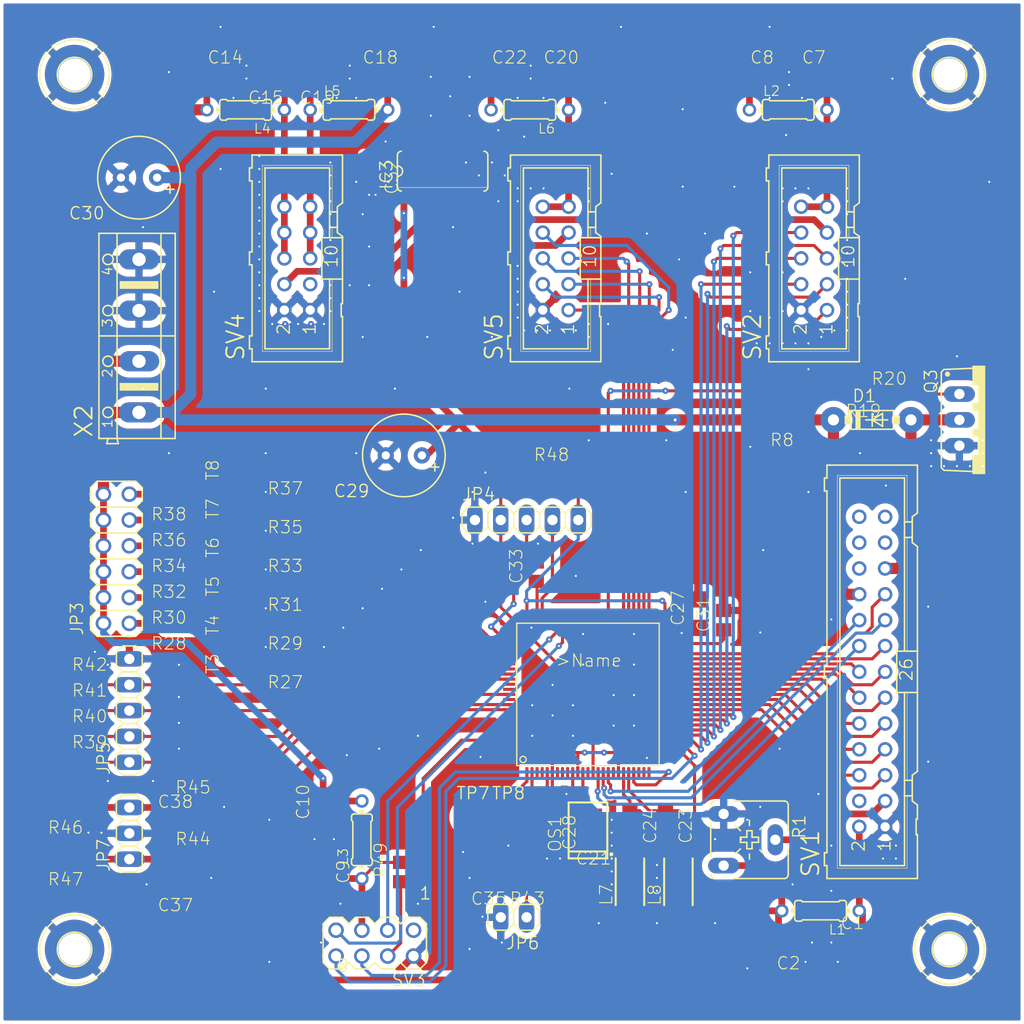
<source format=kicad_pcb>
(kicad_pcb (version 20221018) (generator pcbnew)
  (layers (0 "F.Cu" signal "Top") (31 "B.Cu" signal "Bottom") (34 "B.Paste" user) (35 "F.Paste" user) (36 "B.SilkS" user "B.Silkscreen") (37 "F.SilkS" user "F.Silkscreen") (38 "B.Mask" user) (39 "F.Mask" user) (44 "Edge.Cuts" user))
  (net 0 "")
  (net 1 "+3V3")
  (net 2 "GND")
  (net 3 "+5V")
  (net 4 "Net-(C7-Pad2)")
  (net 5 "/RX_SDN")
  (net 6 "/32M_REF_IN_RX")
  (net 7 "/RX_MOSI")
  (net 8 "/RX_CS")
  (net 9 "/RX_SCK")
  (net 10 "/RX_MISO")
  (net 11 "/RX_NIRQ")
  (net 12 "Net-(C15-Pad1)")
  (net 13 "Net-(C19-Pad2)")
  (net 14 "/32M_REF_OUT")
  (net 15 "Net-(SV4-Pad3)")
  (net 16 "Net-(C20-Pad2)")
  (net 17 "/TX_SDN")
  (net 18 "/32M_REF_IN_TX")
  (net 19 "/TX_MOSI")
  (net 20 "/TX_CS")
  (net 21 "/TX_SCK")
  (net 22 "/TX_MISO")
  (net 23 "/TX_NIRQ")
  (net 24 "/ENC_BTN")
  (net 25 "/FRONT_PTT")
  (net 26 "Net-(U1-Pad96)")
  (net 27 "Net-(U1-Pad95)")
  (net 28 "Net-(U1-Pad93)")
  (net 29 "Net-(U1-Pad92)")
  (net 30 "/ENC_B")
  (net 31 "/ENC_A")
  (net 32 "Net-(U1-Pad89)")
  (net 33 "/BTN_0")
  (net 34 "Net-(U1-Pad87)")
  (net 35 "Net-(U1-Pad86)")
  (net 36 "/BTN_1")
  (net 37 "/BTN_2")
  (net 38 "/BTN_3")
  (net 39 "/LED_5")
  (net 40 "/LED_4")
  (net 41 "/LED_3")
  (net 42 "/LED_2")
  (net 43 "/LED_1")
  (net 44 "/LED_0")
  (net 45 "/SWCLK")
  (net 46 "Net-(C33-Pad1)")
  (net 47 "/SWDIO")
  (net 48 "Net-(U1-Pad71)")
  (net 49 "Net-(U1-Pad70)")
  (net 50 "/FRONT_RX")
  (net 51 "/FRONT_TX")
  (net 52 "Net-(U1-Pad67)")
  (net 53 "Net-(U1-Pad66)")
  (net 54 "Net-(U1-Pad65)")
  (net 55 "Net-(U1-Pad64)")
  (net 56 "Net-(U1-Pad63)")
  (net 57 "Net-(U1-Pad62)")
  (net 58 "/PWM_FAN_R")
  (net 59 "/PWM_FAN_L")
  (net 60 "/LCD_PWM")
  (net 61 "Net-(U1-Pad58)")
  (net 62 "Net-(U1-Pad57)")
  (net 63 "Net-(C31-Pad1)")
  (net 64 "Net-(U1-Pad47)")
  (net 65 "/LCD_RES")
  (net 66 "/LCD_DB7")
  (net 67 "/LCD_DB6")
  (net 68 "/LCD_DB5")
  (net 69 "/LCD_DB4")
  (net 70 "/LCD_DB3")
  (net 71 "/LCD_DB2")
  (net 72 "/LCD_DB1")
  (net 73 "/LCD_DB0")
  (net 74 "/LCD_E")
  (net 75 "/LCD_RW")
  (net 76 "/LCD_RS")
  (net 77 "/DAC_OUT")
  (net 78 "/ANALOG_IN_3")
  (net 79 "/ANALOG_IN_2")
  (net 80 "/ANALOG_IN_1")
  (net 81 "/ANALOG_IN_0")
  (net 82 "/VDDA")
  (net 83 "/VREF")
  (net 84 "Net-(U1-Pad18)")
  (net 85 "/LCD_CS3")
  (net 86 "/LCD_CS2")
  (net 87 "/LCD_CS1")
  (net 88 "/NRST")
  (net 89 "Net-(U1-Pad13)")
  (net 90 "/OSC_IN")
  (net 91 "Net-(U1-Pad9)")
  (net 92 "Net-(U1-Pad8)")
  (net 93 "Net-(U1-Pad7)")
  (net 94 "/TAMPER")
  (net 95 "Net-(U1-Pad4)")
  (net 96 "Net-(U1-Pad3)")
  (net 97 "Net-(TP8-PadTP)")
  (net 98 "Net-(TP7-PadTP)")
  (net 99 "Net-(SV1-Pad26)")
  (net 100 "Net-(SV1-Pad25)")
  (net 101 "Net-(SV1-Pad24)")
  (net 102 "Net-(SV1-Pad23)")
  (net 103 "Net-(SV1-Pad22)")
  (net 104 "/LCD_K")
  (net 105 "/LCD_A")
  (net 106 "Net-(SV1-Pad4)")
  (net 107 "/LCD_CONTR")
  (net 108 "Net-(C1-Pad2)")
  (net 109 "Net-(IC3-Pad8)")
  (net 110 "Net-(IC3-Pad11)")
  (net 111 "Net-(Q3-PadG)")
  (net 112 "Net-(C9-Pad2)")
  (net 113 "Net-(SV3-Pad1)")
  (net 114 "Net-(OS1-Pad1)")
  (net 115 "Net-(R27-Pad2)")
  (net 116 "Net-(R28-Pad1)")
  (net 117 "Net-(R29-Pad2)")
  (net 118 "Net-(R30-Pad1)")
  (net 119 "Net-(R31-Pad2)")
  (net 120 "Net-(R32-Pad1)")
  (net 121 "Net-(R33-Pad2)")
  (net 122 "Net-(R34-Pad1)")
  (net 123 "Net-(R35-Pad2)")
  (net 124 "Net-(R36-Pad1)")
  (net 125 "Net-(R37-Pad2)")
  (net 126 "Net-(R38-Pad1)")
  (net 127 "Net-(JP3-Pad11)")
  (net 128 "Net-(JP3-Pad9)")
  (net 129 "Net-(JP3-Pad7)")
  (net 130 "Net-(JP3-Pad5)")
  (net 131 "Net-(JP3-Pad3)")
  (net 132 "Net-(JP3-Pad1)")
  (net 133 "Net-(JP7-Pad3)")
  (net 134 "Net-(JP7-Pad1)")
  (footprint "mainboard:C0805" (layer "F.Cu") (at 182.0036 147.3836)
    (fp_text reference "C1")
    (fp_text value "100n")
  )
  (footprint "mainboard:C0805" (layer "F.Cu") (at 129.9336 134.0486 90)
    (fp_text reference "C10")
    (fp_text value "100n")
  )
  (footprint "mainboard:C0805" (layer "F.Cu") (at 119.7736 62.2936)
    (fp_text reference "C14")
    (fp_text value "100n")
  )
  (footprint "mainboard:C0805" (layer "F.Cu") (at 124.8536 62.2936 180)
    (fp_text reference "C15")
    (fp_text value "100n")
  )
  (footprint "mainboard:C0805" (layer "F.Cu") (at 135.0136 62.2936)
    (fp_text reference "C18")
    (fp_text value "100n")
  )
  (footprint "mainboard:C0805" (layer "F.Cu") (at 129.9336 62.2936 180)
    (fp_text reference "C19")
    (fp_text value "100n")
  )
  (footprint "mainboard:C0805" (layer "F.Cu") (at 175.6536 147.3836 180)
    (fp_text reference "C2")
    (fp_text value "100n")
  )
  (footprint "mainboard:C0805" (layer "F.Cu") (at 152.7936 62.2936)
    (fp_text reference "C20")
    (fp_text value "100n")
  )
  (footprint "mainboard:C0805" (layer "F.Cu") (at 155.9686 141.0336)
    (fp_text reference "C21")
    (fp_text value "10n")
  )
  (footprint "mainboard:C0805" (layer "F.Cu") (at 147.7136 62.2936)
    (fp_text reference "C22")
    (fp_text value "100n")
  )
  (footprint "mainboard:C0805" (layer "F.Cu") (at 163.5886 135.3186 -90)
    (fp_text reference "C23")
    (fp_text value "100n")
  )
  (footprint "mainboard:C0805" (layer "F.Cu") (at 160.0961 135.3186 -90)
    (fp_text reference "C24")
    (fp_text value "100n")
  )
  (footprint "mainboard:C1206" (layer "F.Cu") (at 166.7636 114.9986 90)
    (fp_text reference "C27")
    (fp_text value "10u/TA")
  )
  (footprint "mainboard:C1206" (layer "F.Cu") (at 152.1586 135.9536 -90)
    (fp_text reference "C28")
    (fp_text value "10u/TA")
  )
  (footprint "mainboard:E3,5-8" (layer "F.Cu") (at 137.8711 99.4411 180)
    (fp_text reference "C29")
    (fp_text value "1000u/10V")
  )
  (footprint "mainboard:E3,5-8" (layer "F.Cu") (at 111.8361 72.1361 180)
    (fp_text reference "C30")
    (fp_text value "1000u/10V")
  )
  (footprint "mainboard:C0805" (layer "F.Cu") (at 169.3036 115.6336 90)
    (fp_text reference "C31")
    (fp_text value "2u2")
  )
  (footprint "mainboard:C0805" (layer "F.Cu") (at 134.6961 71.5011 -90)
    (fp_text reference "C32")
    (fp_text value "100n")
  )
  (footprint "mainboard:C0805" (layer "F.Cu") (at 150.8886 110.8711 90)
    (fp_text reference "C33")
    (fp_text value "2u2")
  )
  (footprint "mainboard:C0805" (layer "F.Cu") (at 146.7611 141.0336 180)
    (fp_text reference "C35")
    (fp_text value "100n")
  )
  (footprint "mainboard:C0805" (layer "F.Cu") (at 115.9636 141.6686 180)
    (fp_text reference "C37")
    (fp_text value "10n")
  )
  (footprint "mainboard:C0805" (layer "F.Cu") (at 115.9636 131.5086 180)
    (fp_text reference "C38")
    (fp_text value "10n")
  )
  (footprint "mainboard:C0805" (layer "F.Cu") (at 178.1936 62.2936)
    (fp_text reference "C7")
    (fp_text value "100n")
  )
  (footprint "mainboard:C0805" (layer "F.Cu") (at 173.1136 62.2936)
    (fp_text reference "C8")
    (fp_text value "100n")
  )
  (footprint "mainboard:C0805" (layer "F.Cu") (at 129.9336 140.3986 -90)
    (fp_text reference "C9")
    (fp_text value "100n")
  )
  (footprint "mainboard:DO41-7.6" (layer "F.Cu") (at 183.9086 95.9486)
    (fp_text reference "D1")
    (fp_text value "UF4007")
  )
  (footprint "mainboard:SO14" (layer "F.Cu") (at 141.6811 71.5011)
    (fp_text reference "IC3")
    (fp_text value "74AHC00D")
  )
  (footprint "mainboard:2X06" (layer "F.Cu") (at 109.6136 109.6011 90)
    (fp_text reference "JP3")
    (fp_text value "LEDS")
  )
  (footprint "mainboard:1X05" (layer "F.Cu") (at 149.9361 105.7911)
    (fp_text reference "JP4")
    (fp_text value "SWD")
  )
  (footprint "mainboard:1X05" (layer "F.Cu") (at 110.8836 124.5236 90)
    (fp_text reference "JP5")
    (fp_text value "KBD")
  )
  (footprint "mainboard:1X02" (layer "F.Cu") (at 148.6661 144.8436 180)
    (fp_text reference "JP6")
    (fp_text value "TAMPER")
  )
  (footprint "mainboard:1X03" (layer "F.Cu") (at 110.8836 136.5886 90)
    (fp_text reference "JP7")
    (fp_text value "ENCODER")
  )
  (footprint "mainboard:0204_7" (layer "F.Cu") (at 178.8286 144.2086 180)
    (fp_text reference "L1")
    (fp_text value "BEAD")
  )
  (footprint "mainboard:0204_7" (layer "F.Cu") (at 175.6536 65.4686)
    (fp_text reference "L2")
    (fp_text value "BEAD")
  )
  (footprint "mainboard:0204_7" (layer "F.Cu") (at 133.7436 137.2236 90)
    (fp_text reference "L3")
    (fp_text value "BEAD")
  )
  (footprint "mainboard:0204_7" (layer "F.Cu") (at 122.3136 65.4686 180)
    (fp_text reference "L4")
    (fp_text value "BEAD")
  )
  (footprint "mainboard:0204_7" (layer "F.Cu") (at 132.4736 65.4686)
    (fp_text reference "L5")
    (fp_text value "BEAD")
  )
  (footprint "mainboard:0204_7" (layer "F.Cu") (at 150.2536 65.4686 180)
    (fp_text reference "L6")
    (fp_text value "BEAD")
  )
  (footprint "mainboard:SM-B5" (layer "F.Cu") (at 160.0961 141.3511 90)
    (fp_text reference "L7")
    (fp_text value "BEAD")
  )
  (footprint "mainboard:SM-B5" (layer "F.Cu") (at 164.8586 141.3511 90)
    (fp_text reference "L8")
    (fp_text value "BEAD")
  )
  (footprint "mainboard:3.4X2.7-4-PAD" (layer "F.Cu") (at 155.9686 135.9536 90)
    (fp_text reference "OS1")
    (fp_text value "ECS-3225MV-160-CN-TR")
  )
  (footprint "mainboard:TO220BV" (layer "F.Cu") (at 195.0211 95.9486 -90)
    (fp_text reference "Q3")
    (fp_text value "IRL520")
  )
  (footprint "mainboard:CA6V" (layer "F.Cu") (at 171.8436 137.2236 -90)
    (fp_text reference "R1")
    (fp_text value "10k")
  )
  (footprint "mainboard:R0805" (layer "F.Cu") (at 184.2261 93.0911 180)
    (fp_text reference "R19")
    (fp_text value "100R")
  )
  (footprint "mainboard:R0805" (layer "F.Cu") (at 186.7661 89.9161 180)
    (fp_text reference "R20")
    (fp_text value "10k")
  )
  (footprint "mainboard:R0805" (layer "F.Cu") (at 127.3936 119.7611 180)
    (fp_text reference "R27")
    (fp_text value "4k7")
  )
  (footprint "mainboard:R0805" (layer "F.Cu") (at 115.9636 115.9511 180)
    (fp_text reference "R28")
    (fp_text value "820R")
  )
  (footprint "mainboard:R0805" (layer "F.Cu") (at 127.3936 115.9511 180)
    (fp_text reference "R29")
    (fp_text value "4k7")
  )
  (footprint "mainboard:R0805" (layer "F.Cu") (at 115.9636 113.4111 180)
    (fp_text reference "R30")
    (fp_text value "820R")
  )
  (footprint "mainboard:R0805" (layer "F.Cu") (at 127.3936 112.1411 180)
    (fp_text reference "R31")
    (fp_text value "4k7")
  )
  (footprint "mainboard:R0805" (layer "F.Cu") (at 115.9636 110.8711 180)
    (fp_text reference "R32")
    (fp_text value "820R")
  )
  (footprint "mainboard:R0805" (layer "F.Cu") (at 127.3936 108.3311 180)
    (fp_text reference "R33")
    (fp_text value "4k7")
  )
  (footprint "mainboard:R0805" (layer "F.Cu") (at 115.9636 108.3311 180)
    (fp_text reference "R34")
    (fp_text value "820R")
  )
  (footprint "mainboard:R0805" (layer "F.Cu") (at 127.3936 104.5211 180)
    (fp_text reference "R35")
    (fp_text value "4k7")
  )
  (footprint "mainboard:R0805" (layer "F.Cu") (at 115.9636 105.7911 180)
    (fp_text reference "R36")
    (fp_text value "820R")
  )
  (footprint "mainboard:R0805" (layer "F.Cu") (at 127.3936 100.7111 180)
    (fp_text reference "R37")
    (fp_text value "4k7")
  )
  (footprint "mainboard:R0805" (layer "F.Cu") (at 115.9636 103.2511 180)
    (fp_text reference "R38")
    (fp_text value "820R")
  )
  (footprint "mainboard:R0805" (layer "F.Cu") (at 105.8036 129.6036)
    (fp_text reference "R39")
    (fp_text value "4k7")
  )
  (footprint "mainboard:R0805" (layer "F.Cu") (at 105.8036 127.0636)
    (fp_text reference "R40")
    (fp_text value "4k7")
  )
  (footprint "mainboard:R0805" (layer "F.Cu") (at 105.8036 124.5236)
    (fp_text reference "R41")
    (fp_text value "4k7")
  )
  (footprint "mainboard:R0805" (layer "F.Cu") (at 105.8036 121.9836)
    (fp_text reference "R42")
    (fp_text value "4k7")
  )
  (footprint "mainboard:R0805" (layer "F.Cu") (at 151.2061 141.0336 180)
    (fp_text reference "R43")
    (fp_text value "4k7")
  )
  (footprint "mainboard:R0805" (layer "F.Cu") (at 115.9636 139.1286)
    (fp_text reference "R44")
    (fp_text value "10k")
  )
  (footprint "mainboard:R0805" (layer "F.Cu") (at 115.9636 134.0486)
    (fp_text reference "R45")
    (fp_text value "10k")
  )
  (footprint "mainboard:R0805" (layer "F.Cu") (at 105.8036 134.0486 180)
    (fp_text reference "R46")
    (fp_text value "10k")
  )
  (footprint "mainboard:R0805" (layer "F.Cu") (at 105.8036 139.1286 180)
    (fp_text reference "R47")
    (fp_text value "10k")
  )
  (footprint "mainboard:R1206" (layer "F.Cu") (at 175.0186 95.9486 180)
    (fp_text reference "R8")
    (fp_text value "0R")
  )
  (footprint "mainboard:ML26" (layer "F.Cu") (at 183.9086 120.7136 90)
    (fp_text reference "SV1")
    (fp_text value "FRONT_LCD")
  )
  (footprint "mainboard:ML10" (layer "F.Cu") (at 178.1936 80.0736 90)
    (fp_text reference "SV2")
    (fp_text value "RX_BOARD")
  )
  (footprint "mainboard:MA04-2" (layer "F.Cu") (at 135.0136 147.3836 180)
    (fp_text reference "SV3")
    (fp_text value "FRONT_RJ45_SPK/MIC")
  )
  (footprint "mainboard:ML10" (layer "F.Cu") (at 127.3936 80.0736 90)
    (fp_text reference "SV4")
    (fp_text value "FREQ REF")
  )
  (footprint "mainboard:ML10" (layer "F.Cu") (at 152.7936 80.0736 90)
    (fp_text reference "SV5")
    (fp_text value "TX_BOARD")
  )
  (footprint "mainboard:SOT23" (layer "F.Cu") (at 121.6786 119.1261 90)
    (fp_text reference "T3")
    (fp_text value "BC847")
  )
  (footprint "mainboard:SOT23" (layer "F.Cu") (at 121.6786 115.3161 90)
    (fp_text reference "T4")
    (fp_text value "BC847")
  )
  (footprint "mainboard:SOT23" (layer "F.Cu") (at 121.6786 111.5061 90)
    (fp_text reference "T5")
    (fp_text value "BC847")
  )
  (footprint "mainboard:SOT23" (layer "F.Cu") (at 121.6786 107.6961 90)
    (fp_text reference "T6")
    (fp_text value "BC847")
  )
  (footprint "mainboard:SOT23" (layer "F.Cu") (at 121.6786 103.8861 90)
    (fp_text reference "T7")
    (fp_text value "BC847")
  )
  (footprint "mainboard:SOT23" (layer "F.Cu") (at 121.6786 100.0761 90)
    (fp_text reference "T8")
    (fp_text value "BC847")
  )
  (footprint "mainboard:B2,54" (layer "F.Cu") (at 144.2211 135.0011)
    (fp_text reference "TP7")
    (fp_text value "TPB2,54")
  )
  (footprint "mainboard:B2,54" (layer "F.Cu") (at 147.7136 135.0011)
    (fp_text reference "TP8")
    (fp_text value "TPB2,54")
  )
  (footprint "mainboard:LQFP100" (layer "F.Cu") (at 155.9686 122.9361)
    (fp_text reference "U1" hide)
    (fp_text value "STM32F777VIT" hide)
  )
  (footprint "mainboard:R0805" (layer "F.Cu") (at 151.2061 101.3461)
    (fp_text reference "R48")
    (fp_text value "10k")
  )
  (footprint "mainboard:R0805" (layer "F.Cu") (at 137.5536 140.3986 90)
    (fp_text reference "R49")
    (fp_text value "10k")
  )
  (footprint "mainboard:3,2-PAD" (layer "F.Cu") (at 191.5011 148.0036)
    (fp_text reference "H2" hide)
    (fp_text value "MOUNT-PAD-ROUND3.2" hide)
  )
  (footprint "mainboard:3,2-PAD" (layer "F.Cu") (at 191.5011 62.0036)
    (fp_text reference "H3" hide)
    (fp_text value "MOUNT-PAD-ROUND3.2" hide)
  )
  (footprint "mainboard:3,2-PAD" (layer "F.Cu") (at 105.5011 62.0036)
    (fp_text reference "H5" hide)
    (fp_text value "MOUNT-PAD-ROUND3.2" hide)
  )
  (footprint "mainboard:3,2-PAD" (layer "F.Cu") (at 105.5011 148.0036)
    (fp_text reference "H6" hide)
    (fp_text value "MOUNT-PAD-ROUND3.2" hide)
  )
  (footprint "mainboard:AK500_4" (layer "F.Cu") (at 111.8361 87.6936 90)
    (fp_text reference "X2")
    (fp_text value "AK500_4")
  )
  (gr_line (start 198.5011 55.0036) (end 98.5011 55.0036) (stroke (width 0.05)) (layer "Edge.Cuts"))
  (gr_line (start 98.5011 155.0036) (end 198.5011 155.0036) (stroke (width 0.05)) (layer "Edge.Cuts"))
  (gr_line (start 98.5011 55.0036) (end 98.5011 155.0036) (stroke (width 0.05)) (layer "Edge.Cuts"))
  (gr_line (start 198.5011 155.0036) (end 198.5011 55.0036) (stroke (width 0.05)) (layer "Edge.Cuts"))
  (segment (start 146.7611 62.6136) (end 146.7611 59.7536) (width 0.6604) (layer "F.Cu") (net 1))
  (segment (start 146.4436 62.6136) (end 146.7636 62.2936) (width 0.6604) (layer "F.Cu") (net 1))
  (segment (start 118.5036 62.6136) (end 118.5036 59.7536) (width 0.6604) (layer "F.Cu") (net 1))
  (segment (start 164.9611 128.4361) (end 166.4461 129.9211) (width 0.3048) (layer "F.Cu") (net 1))
  (segment (start 152.4686 134.2436) (end 152.1586 134.5536) (width 0.3048) (layer "F.Cu") (net 1))
  (segment (start 118.5036 59.7536) (end 137.8711 59.7536) (width 0.6604) (layer "F.Cu") (net 1))
  (segment (start 152.1561 141.0336) (end 155.0186 141.0336) (width 0.3048) (layer "F.Cu") (net 1))
  (segment (start 118.5036 65.4686) (end 118.5036 62.6136) (width 0.6604) (layer "F.Cu") (net 1))
  (segment (start 104.8536 121.9836) (end 104.8536 90.2336) (width 1.1) (layer "F.Cu") (net 1))
  (segment (start 104.8536 90.2336) (end 104.8536 73.4036) (width 1.1) (layer "F.Cu") (net 1))
  (segment (start 104.8536 127.0636) (end 104.8536 129.6036) (width 0.6604) (layer "F.Cu") (net 1))
  (segment (start 155.1686 137.0536) (end 155.1686 140.8836) (width 0.6604) (layer "F.Cu") (net 1))
  (segment (start 149.9686 115.1861) (end 149.9686 113.7611) (width 0.3048) (layer "F.Cu") (net 1))
  (segment (start 155.0161 141.0361) (end 155.0186 141.0336) (width 0.3048) (layer "F.Cu") (net 1))
  (segment (start 146.7611 59.7536) (end 137.8711 59.7536) (width 0.6604) (layer "F.Cu") (net 1))
  (segment (start 112.7886 65.4686) (end 118.5036 65.4686) (width 1.1) (layer "F.Cu") (net 1))
  (segment (start 156.0636 143.3511) (end 155.0161 142.3036) (width 0.3048) (layer "F.Cu") (net 1))
  (segment (start 104.8536 124.5236) (end 104.8536 127.0636) (width 0.6604) (layer "F.Cu") (net 1))
  (segment (start 146.4436 65.4686) (end 146.4436 62.6136) (width 0.6604) (layer "F.Cu") (net 1))
  (segment (start 118.5036 62.6136) (end 118.8236 62.2936) (width 0.6604) (layer "F.Cu") (net 1))
  (segment (start 160.0961 143.3511) (end 156.0636 143.3511) (width 0.3048) (layer "F.Cu") (net 1))
  (segment (start 104.8536 73.4036) (end 112.7886 65.4686) (width 1.1) (layer "F.Cu") (net 1))
  (segment (start 104.8536 121.9836) (end 104.8536 124.5236) (width 0.6604) (layer "F.Cu") (net 1))
  (segment (start 137.5561 70.5511) (end 137.8711 70.8661) (width 0.6604) (layer "F.Cu") (net 1))
  (segment (start 142.9511 72.1361) (end 141.6811 70.8661) (width 0.6604) (layer "F.Cu") (net 1))
  (segment (start 155.0161 102.6161) (end 153.7461 101.3461) (width 0.3048) (layer "F.Cu") (net 1))
  (segment (start 155.0161 142.3036) (end 155.0161 141.0361) (width 0.3048) (layer "F.Cu") (net 1))
  (segment (start 155.1686 140.8836) (end 155.0186 141.0336) (width 0.6604) (layer "F.Cu") (net 1))
  (segment (start 171.8436 62.6136) (end 172.1636 62.2936) (width 0.6604) (layer "F.Cu") (net 1))
  (segment (start 163.7186 128.4361) (end 164.9611 128.4361) (width 0.3048) (layer "F.Cu") (net 1))
  (segment (start 166.4461 129.9211) (end 166.4461 142.9386) (width 0.3048) (layer "F.Cu") (net 1))
  (segment (start 171.8436 65.4686) (end 171.8436 62.6136) (width 0.6604) (layer "F.Cu") (net 1))
  (segment (start 166.1286 143.2561) (end 164.9536 143.2561) (width 0.3048) (layer "F.Cu") (net 1))
  (segment (start 149.9686 113.7611) (end 149.9361 113.7286) (width 0.3048) (layer "F.Cu") (net 1))
  (segment (start 137.8711 68.4277) (end 137.8711 70.8661) (width 0.6604) (layer "F.Cu") (net 1))
  (segment (start 142.9511 74.5745) (end 142.9511 72.1361) (width 0.6604) (layer "F.Cu") (net 1))
  (segment (start 104.8536 134.0486) (end 104.8536 139.1286) (width 0.6604) (layer "F.Cu") (net 1))
  (segment (start 141.6811 70.8661) (end 137.8711 70.8661) (width 0.6604) (layer "F.Cu") (net 1))
  (segment (start 134.6961 70.5511) (end 137.5561 70.5511) (width 0.6604) (layer "F.Cu") (net 1))
  (segment (start 155.0161 105.7911) (end 155.0161 102.6161) (width 0.3048) (layer "F.Cu") (net 1))
  (segment (start 153.7461 101.3461) (end 152.1561 101.3461) (width 0.3048) (layer "F.Cu") (net 1))
  (segment (start 166.2261 116.9361) (end 166.7636 116.3986) (width 0.3048) (layer "F.Cu") (net 1))
  (segment (start 152.4686 130.6861) (end 152.4686 134.2436) (width 0.3048) (layer "F.Cu") (net 1))
  (segment (start 164.9536 143.2561) (end 164.8586 143.3511) (width 0.3048) (layer "F.Cu") (net 1))
  (segment (start 160.0961 143.3511) (end 164.8586 143.3511) (width 0.3048) (layer "F.Cu") (net 1))
  (segment (start 166.4461 142.9386) (end 166.1286 143.2561) (width 0.3048) (layer "F.Cu") (net 1))
  (segment (start 154.6986 59.7536) (end 157.2386 62.2936) (width 0.6604) (layer "F.Cu") (net 1))
  (segment (start 157.2386 62.2936) (end 172.1636 62.2936) (width 0.6604) (layer "F.Cu") (net 1))
  (segment (start 154.6986 59.7536) (end 146.7611 59.7536) (width 0.6604) (layer "F.Cu") (net 1))
  (segment (start 146.4436 62.6136) (end 146.7611 62.6136) (width 0.6604) (layer "F.Cu") (net 1))
  (segment (start 137.8711 59.7536) (end 137.8711 68.4277) (width 0.6604) (layer "F.Cu") (net 1))
  (segment (start 148.2186 128.9361) (end 152.1111 128.9361) (width 0.3048) (layer "F.Cu") (net 1))
  (segment (start 162.0011 128.4361) (end 163.7186 128.4361) (width 0.3048) (layer "F.Cu") (net 1))
  (segment (start 166.2261 116.0036) (end 163.5361 116.0036) (width 0.3048) (layer "F.Cu") (net 1))
  (segment (start 152.1561 101.3461) (end 152.1561 100.0736) (width 0.6604) (layer "F.Cu") (net 1))
  (segment (start 143.2686 96.2661) (end 137.8711 90.8686) (width 0.6604) (layer "F.Cu") (net 1))
  (segment (start 162.0011 117.5386) (end 162.6036 116.9361) (width 0.3048) (layer "F.Cu") (net 1))
  (segment (start 152.4686 129.2936) (end 153.1111 128.6511) (width 0.3048) (layer "F.Cu") (net 1))
  (segment (start 163.5361 116.0036) (end 163.5361 113.9936) (width 0.3048) (layer "F.Cu") (net 1))
  (segment (start 158.8261 128.6511) (end 159.0411 128.4361) (width 0.3048) (layer "F.Cu") (net 1))
  (segment (start 139.6491 99.4411) (end 140.0936 99.4411) (width 0.6604) (layer "F.Cu") (net 1))
  (segment (start 104.8536 129.6036) (end 104.8536 134.0486) (width 0.6604) (layer "F.Cu") (net 1))
  (segment (start 152.1561 100.0736) (end 151.2061 99.1236) (width 0.6604) (layer "F.Cu") (net 1))
  (segment (start 146.1261 99.1236) (end 143.2686 96.2661) (width 0.6604) (layer "F.Cu") (net 1))
  (segment (start 111.8361 90.1828) (end 104.9044 90.1828) (width 1.1) (layer "F.Cu") (net 1))
  (segment (start 155.0161 128.6511) (end 155.6511 128.6511) (width 0.3048) (layer "F.Cu") (net 1))
  (segment (start 159.0411 128.4361) (end 162.0011 128.4361) (width 0.3048) (layer "F.Cu") (net 1))
  (segment (start 154.9686 128.6986) (end 155.0161 128.6511) (width 0.3048) (layer "F.Cu") (net 1))
  (segment (start 137.8711 90.8686) (end 137.8711 81.9786) (width 0.6604) (layer "F.Cu") (net 1))
  (segment (start 163.5361 113.9936) (end 163.2711 113.7286) (width 0.3048) (layer "F.Cu") (net 1))
  (segment (start 157.5561 128.6511) (end 158.8261 128.6511) (width 0.3048) (layer "F.Cu") (net 1))
  (segment (start 153.1111 128.6511) (end 155.0161 128.6511) (width 0.3048) (layer "F.Cu") (net 1))
  (segment (start 151.2061 99.1236) (end 146.1261 99.1236) (width 0.6604) (layer "F.Cu") (net 1))
  (segment (start 162.6036 116.9361) (end 163.7186 116.9361) (width 0.3048) (layer "F.Cu") (net 1))
  (segment (start 154.9686 130.6861) (end 154.9686 128.6986) (width 0.3048) (layer "F.Cu") (net 1))
  (segment (start 104.9044 90.1828) (end 104.8536 90.2336) (width 1.1) (layer "F.Cu") (net 1))
  (segment (start 162.0011 117.5386) (end 162.0011 128.4361) (width 0.3048) (layer "F.Cu") (net 1))
  (segment (start 152.1111 128.9361) (end 152.4686 129.2936) (width 0.3048) (layer "F.Cu") (net 1))
  (segment (start 163.5361 116.0036) (end 162.6036 116.9361) (width 0.3048) (layer "F.Cu") (net 1))
  (segment (start 140.0936 99.4411) (end 143.2686 96.2661) (width 0.6604) (layer "F.Cu") (net 1))
  (segment (start 137.8711 75.6286) (end 137.8711 74.5745) (width 0.6604) (layer "F.Cu") (net 1))
  (segment (start 137.8711 74.5745) (end 137.8711 70.8661) (width 0.6604) (layer "F.Cu") (net 1))
  (segment (start 152.4686 130.6861) (end 152.4686 129.2936) (width 0.3048) (layer "F.Cu") (net 1))
  (segment (start 166.2261 116.9361) (end 166.2261 116.0036) (width 0.3048) (layer "F.Cu") (net 1))
  (via (at 149.9361 113.7286) (size 0.6064) (drill 0.2) (layers "F.Cu" "B.Cu") (net 1))
  (via (at 155.6511 128.6511) (size 0.6064) (drill 0.2) (layers "F.Cu" "B.Cu") (net 1))
  (via (at 137.8711 81.9786) (size 0.6064) (drill 0.2) (layers "F.Cu" "B.Cu") (net 1))
  (via (at 157.5561 128.6511) (size 0.6064) (drill 0.2) (layers "F.Cu" "B.Cu") (net 1))
  (via (at 163.2711 113.7286) (size 0.6064) (drill 0.2) (layers "F.Cu" "B.Cu") (net 1))
  (via (at 137.8711 75.6286) (size 0.6064) (drill 0.2) (layers "F.Cu" "B.Cu") (net 1))
  (segment (start 149.9361 113.7286) (end 149.9361 112.7761) (width 0.3048) (layer "B.Cu") (net 1))
  (segment (start 155.0161 107.6961) (end 155.0161 105.7911) (width 0.3048) (layer "B.Cu") (net 1))
  (segment (start 149.9361 112.7761) (end 155.0161 107.6961) (width 0.3048) (layer "B.Cu") (net 1))
  (segment (start 155.6511 128.6511) (end 157.5561 128.6511) (width 0.3048) (layer "B.Cu") (net 1))
  (segment (start 163.2711 113.7286) (end 149.9361 113.7286) (width 0.3048) (layer "B.Cu") (net 1))
  (segment (start 137.8711 81.9786) (end 137.8711 75.6286) (width 0.6604) (layer "B.Cu") (net 1))
  (segment (start 148.2186 128.4361) (end 149.2211 128.4361) (width 0.3048) (layer "F.Cu") (net 2))
  (segment (start 150.4236 125.9361) (end 150.4236 125.9361) (width 0.3048) (layer "F.Cu") (net 2))
  (segment (start 150.4236 125.9361) (end 150.4911 126.0036) (width 0.3048) (layer "F.Cu") (net 2))
  (segment (start 149.2211 128.4361) (end 150.4911 127.0036) (width 0.3048) (layer "F.Cu") (net 2))
  (segment (start 148.2186 125.9361) (end 150.4236 125.9361) (width 0.3048) (layer "F.Cu") (net 2))
  (segment (start 150.4911 126.0036) (end 150.4911 127.0036) (width 0.3048) (layer "F.Cu") (net 2))
  (segment (start 164.6436 117.4361) (end 165.1761 116.9036) (width 0.3048) (layer "F.Cu") (net 2))
  (segment (start 150.4686 116.3111) (end 150.4111 116.3686) (width 0.3048) (layer "F.Cu") (net 2))
  (segment (start 150.4686 115.1861) (end 150.4686 116.3111) (width 0.3048) (layer "F.Cu") (net 2))
  (segment (start 163.7186 117.4361) (end 164.6436 117.4361) (width 0.3048) (layer "F.Cu") (net 2))
  (segment (start 154.4686 132.1061) (end 153.8561 132.7186) (width 0.3048) (layer "F.Cu") (net 2))
  (segment (start 154.4686 130.6861) (end 154.4686 132.1061) (width 0.3048) (layer "F.Cu") (net 2))
  (segment (start 158.9686 130.6861) (end 158.9686 129.4611) (width 0.3048) (layer "F.Cu") (net 2))
  (segment (start 158.9686 129.4611) (end 159.4611 128.9686) (width 0.3048) (layer "F.Cu") (net 2))
  (segment (start 161.5511 128.9686) (end 161.7611 129.1786) (width 0.3048) (layer "F.Cu") (net 2))
  (segment (start 163.7186 128.9361) (end 162.0036 128.9361) (width 0.3048) (layer "F.Cu") (net 2))
  (segment (start 162.0036 128.9361) (end 161.7611 129.1786) (width 0.3048) (layer "F.Cu") (net 2))
  (segment (start 159.4611 128.9686) (end 161.5511 128.9686) (width 0.3048) (layer "F.Cu") (net 2))
  (via (at 150.4911 124.0036) (size 0.6064) (drill 0.2) (layers "F.Cu" "B.Cu") (net 2))
  (via (at 152.4911 122.0036) (size 0.6064) (drill 0.2) (layers "F.Cu" "B.Cu") (net 2))
  (via (at 154.4911 124.0036) (size 0.6064) (drill 0.2) (layers "F.Cu" "B.Cu") (net 2))
  (via (at 160.4911 120.0036) (size 0.6064) (drill 0.2) (layers "F.Cu" "B.Cu") (net 2))
  (via (at 155.4911 117.0036) (size 0.6064) (drill 0.2) (layers "F.Cu" "B.Cu") (net 2))
  (via (at 150.4911 127.0036) (size 0.6064) (drill 0.2) (layers "F.Cu" "B.Cu") (net 2))
  (via (at 160.4911 117.0036) (size 0.6064) (drill 0.2) (layers "F.Cu" "B.Cu") (net 2))
  (via (at 155.4911 120.0036) (size 0.6064) (drill 0.2) (layers "F.Cu" "B.Cu") (net 2))
  (via (at 158.4911 120.0036) (size 0.6064) (drill 0.2) (layers "F.Cu" "B.Cu") (net 2))
  (via (at 152.4911 125.0036) (size 0.6064) (drill 0.2) (layers "F.Cu" "B.Cu") (net 2))
  (via (at 160.4911 123.0036) (size 0.6064) (drill 0.2) (layers "F.Cu" "B.Cu") (net 2))
  (via (at 160.4911 126.0036) (size 0.6064) (drill 0.2) (layers "F.Cu" "B.Cu") (net 2))
  (via (at 154.4911 127.0036) (size 0.6064) (drill 0.2) (layers "F.Cu" "B.Cu") (net 2))
  (via (at 142.7111 105.5736) (size 0.6064) (drill 0.2) (layers "F.Cu" "B.Cu") (net 2))
  (via (at 128.7411 86.5236) (size 0.6064) (drill 0.2) (layers "F.Cu" "B.Cu") (net 2))
  (via (at 164.9361 114.4636) (size 0.6064) (drill 0.2) (layers "F.Cu" "B.Cu") (net 2))
  (via (at 144.6161 108.1136) (size 0.6064) (drill 0.2) (layers "F.Cu" "B.Cu") (net 2))
  (via (at 158.4911 126.0036) (size 0.6064) (drill 0.2) (layers "F.Cu" "B.Cu") (net 2))
  (via (at 124.2961 92.8736) (size 0.6064) (drill 0.2) (layers "F.Cu" "B.Cu") (net 2))
  (via (at 133.8211 114.4636) (size 0.6064) (drill 0.2) (layers "F.Cu" "B.Cu") (net 2))
  (via (at 135.7261 112.5586) (size 0.6064) (drill 0.2) (layers "F.Cu" "B.Cu") (net 2))
  (via (at 123.6611 83.9836) (size 0.6064) (drill 0.2) (layers "F.Cu" "B.Cu") (net 2))
  (via (at 133.1861 72.5536) (size 0.6064) (drill 0.2) (layers "F.Cu" "B.Cu") (net 2))
  (via (at 123.6611 75.0936) (size 0.6064) (drill 0.2) (layers "F.Cu" "B.Cu") (net 2))
  (via (at 123.6611 82.7136) (size 0.6064) (drill 0.2) (layers "F.Cu" "B.Cu") (net 2))
  (via (at 126.2011 86.5236) (size 0.6064) (drill 0.2) (layers "F.Cu" "B.Cu") (net 2))
  (via (at 146.5211 87.7936) (size 0.6064) (drill 0.2) (layers "F.Cu" "B.Cu") (net 2))
  (via (at 124.2961 114.4636) (size 0.6064) (drill 0.2) (layers "F.Cu" "B.Cu") (net 2))
  (via (at 150.4111 116.3686) (size 0.6064) (drill 0.2) (layers "F.Cu" "B.Cu") (net 2))
  (via (at 145.4111 129.0836) (size 0.6064) (drill 0.2) (layers "F.Cu" "B.Cu") (net 2))
  (via (at 124.2961 110.6536) (size 0.6064) (drill 0.2) (layers "F.Cu" "B.Cu") (net 2))
  (via (at 130.0111 118.2736) (size 0.6064) (drill 0.2) (layers "F.Cu" "B.Cu") (net 2))
  (via (at 131.9161 116.3686) (size 0.6064) (drill 0.2) (layers "F.Cu" "B.Cu") (net 2))
  (via (at 156.0461 87.7936) (size 0.6064) (drill 0.2) (layers "F.Cu" "B.Cu") (net 2))
  (via (at 123.6611 80.1736) (size 0.6064) (drill 0.2) (layers "F.Cu" "B.Cu") (net 2))
  (via (at 145.8861 113.8286) (size 0.6064) (drill 0.2) (layers "F.Cu" "B.Cu") (net 2))
  (via (at 134.4561 73.8236) (size 0.6064) (drill 0.2) (layers "F.Cu" "B.Cu") (net 2))
  (via (at 123.6611 73.8236) (size 0.6064) (drill 0.2) (layers "F.Cu" "B.Cu") (net 2))
  (via (at 145.8861 101.1286) (size 0.6064) (drill 0.2) (layers "F.Cu" "B.Cu") (net 2))
  (via (at 124.2961 99.2236) (size 0.6064) (drill 0.2) (layers "F.Cu" "B.Cu") (net 2))
  (via (at 133.1861 99.2236) (size 0.6064) (drill 0.2) (layers "F.Cu" "B.Cu") (net 2))
  (via (at 124.2961 118.2736) (size 0.6064) (drill 0.2) (layers "F.Cu" "B.Cu") (net 2))
  (via (at 154.1411 92.8736) (size 0.6064) (drill 0.2) (layers "F.Cu" "B.Cu") (net 2))
  (via (at 135.0911 73.8236) (size 0.6064) (drill 0.2) (layers "F.Cu" "B.Cu") (net 2))
  (via (at 144.6161 103.0336) (size 0.6064) (drill 0.2) (layers "F.Cu" "B.Cu") (net 2))
  (via (at 114.7711 99.2236) (size 0.6064) (drill 0.2) (layers "F.Cu" "B.Cu") (net 2))
  (via (at 124.2961 103.0336) (size 0.6064) (drill 0.2) (layers "F.Cu" "B.Cu") (net 2))
  (via (at 136.9961 92.8736) (size 0.6064) (drill 0.2) (layers "F.Cu" "B.Cu") (net 2))
  (via (at 123.6611 76.3636) (size 0.6064) (drill 0.2) (layers "F.Cu" "B.Cu") (net 2))
  (via (at 123.6611 81.4436) (size 0.6064) (drill 0.2) (layers "F.Cu" "B.Cu") (net 2))
  (via (at 123.6611 85.2536) (size 0.6064) (drill 0.2) (layers "F.Cu" "B.Cu") (net 2))
  (via (at 165.1761 116.9036) (size 0.6064) (drill 0.2) (layers "F.Cu" "B.Cu") (net 2))
  (via (at 130.6461 79.5386) (size 0.6064) (drill 0.2) (layers "F.Cu" "B.Cu") (net 2))
  (via (at 136.3611 72.5536) (size 0.6064) (drill 0.2) (layers "F.Cu" "B.Cu") (net 2))
  (via (at 127.4711 86.5236) (size 0.6064) (drill 0.2) (layers "F.Cu" "B.Cu") (net 2))
  (via (at 124.2961 106.8436) (size 0.6064) (drill 0.2) (layers "F.Cu" "B.Cu") (net 2))
  (via (at 142.7111 76.9986) (size 0.6064) (drill 0.2) (layers "F.Cu" "B.Cu") (net 2))
  (via (at 130.0111 86.5236) (size 0.6064) (drill 0.2) (layers "F.Cu" "B.Cu") (net 2))
  (via (at 139.5361 108.7486) (size 0.6064) (drill 0.2) (layers "F.Cu" "B.Cu") (net 2))
  (via (at 154.7761 111.2886) (size 0.6064) (drill 0.2) (layers "F.Cu" "B.Cu") (net 2))
  (via (at 112.2311 92.8736) (size 0.6064) (drill 0.2) (layers "F.Cu" "B.Cu") (net 2))
  (via (at 123.6611 77.6336) (size 0.6064) (drill 0.2) (layers "F.Cu" "B.Cu") (net 2))
  (via (at 124.9311 86.5236) (size 0.6064) (drill 0.2) (layers "F.Cu" "B.Cu") (net 2))
  (via (at 123.6611 72.5536) (size 0.6064) (drill 0.2) (layers "F.Cu" "B.Cu") (net 2))
  (via (at 123.6611 71.2836) (size 0.6064) (drill 0.2) (layers "F.Cu" "B.Cu") (net 2))
  (via (at 130.6461 82.7136) (size 0.6064) (drill 0.2) (layers "F.Cu" "B.Cu") (net 2))
  (via (at 151.0461 108.1136) (size 0.6064) (drill 0.2) (layers "F.Cu" "B.Cu") (net 2))
  (via (at 137.6311 110.6536) (size 0.6064) (drill 0.2) (layers "F.Cu" "B.Cu") (net 2))
  (via (at 123.6611 70.0136) (size 0.6064) (drill 0.2) (layers "F.Cu" "B.Cu") (net 2))
  (via (at 130.6461 83.9836) (size 0.6064) (drill 0.2) (layers "F.Cu" "B.Cu") (net 2))
  (via (at 158.4911 123.0036) (size 0.6064) (drill 0.2) (layers "F.Cu" "B.Cu") (net 2))
  (via (at 156.0461 97.9536) (size 0.6064) (drill 0.2) (layers "F.Cu" "B.Cu") (net 2))
  (via (at 123.6611 78.9036) (size 0.6064) (drill 0.2) (layers "F.Cu" "B.Cu") (net 2))
  (via (at 130.6461 85.2536) (size 0.6064) (drill 0.2) (layers "F.Cu" "B.Cu") (net 2))
  (via (at 181.4461 78.2686) (size 0.6064) (drill 0.2) (layers "F.Cu" "B.Cu") (net 2))
  (via (at 147.1561 74.4586) (size 0.6064) (drill 0.2) (layers "F.Cu" "B.Cu") (net 2))
  (via (at 181.4461 79.5386) (size 0.6064) (drill 0.2) (layers "F.Cu" "B.Cu") (net 2))
  (via (at 132.5511 61.1236) (size 0.6064) (drill 0.2) (layers "F.Cu" "B.Cu") (net 2))
  (via (at 175.0961 73.1886) (size 0.6064) (drill 0.2) (layers "F.Cu" "B.Cu") (net 2))
  (via (at 131.2811 64.2986) (size 0.6064) (drill 0.2) (layers "F.Cu" "B.Cu") (net 2))
  (via (at 175.0961 74.4586) (size 0.6064) (drill 0.2) (layers "F.Cu" "B.Cu") (net 2))
  (via (at 181.4461 80.8086) (size 0.6064) (drill 0.2) (layers "F.Cu" "B.Cu") (net 2))
  (via (at 149.6961 87.1586) (size 0.6064) (drill 0.2) (layers "F.Cu" "B.Cu") (net 2))
  (via (at 154.7761 87.1586) (size 0.6064) (drill 0.2) (layers "F.Cu" "B.Cu") (net 2))
  (via (at 130.6461 76.9986) (size 0.6064) (drill 0.2) (layers "F.Cu" "B.Cu") (net 2))
  (via (at 150.3311 73.1886) (size 0.6064) (drill 0.2) (layers "F.Cu" "B.Cu") (net 2))
  (via (at 151.6011 73.1886) (size 0.6064) (drill 0.2) (layers "F.Cu" "B.Cu") (net 2))
  (via (at 149.6961 68.1086) (size 0.6064) (drill 0.2) (layers "F.Cu" "B.Cu") (net 2))
  (via (at 147.7911 71.9186) (size 0.6064) (drill 0.2) (layers "F.Cu" "B.Cu") (net 2))
  (via (at 133.1861 64.2986) (size 0.6064) (drill 0.2) (layers "F.Cu" "B.Cu") (net 2))
  (via (at 140.1711 87.7936) (size 0.6064) (drill 0.2) (layers "F.Cu" "B.Cu") (net 2))
  (via (at 123.6611 64.2986) (size 0.6064) (drill 0.2) (layers "F.Cu" "B.Cu") (net 2))
  (via (at 149.0611 80.8086) (size 0.6064) (drill 0.2) (layers "F.Cu" "B.Cu") (net 2))
  (via (at 173.8261 64.2986) (size 0.6064) (drill 0.2) (layers "F.Cu" "B.Cu") (net 2))
  (via (at 177.0011 64.2986) (size 0.6064) (drill 0.2) (layers "F.Cu" "B.Cu") (net 2))
  (via (at 175.7311 61.7586) (size 0.6064) (drill 0.2) (layers "F.Cu" "B.Cu") (net 2))
  (via (at 133.8211 87.7936) (size 0.6064) (drill 0.2) (layers "F.Cu" "B.Cu") (net 2))
  (via (at 149.0611 73.1886) (size 0.6064) (drill 0.2) (layers "F.Cu" "B.Cu") (net 2))
  (via (at 176.3661 73.1886) (size 0.6064) (drill 0.2) (layers "F.Cu" "B.Cu") (net 2))
  (via (at 150.9661 87.1586) (size 0.6064) (drill 0.2) (layers "F.Cu" "B.Cu") (net 2))
  (via (at 134.4561 82.7136) (size 0.6064) (drill 0.2) (layers "F.Cu" "B.Cu") (net 2))
  (via (at 143.9811 70.6486) (size 0.6064) (drill 0.2) (layers "F.Cu" "B.Cu") (net 2))
  (via (at 130.6461 75.7286) (size 0.6064) (drill 0.2) (layers "F.Cu" "B.Cu") (net 2))
  (via (at 130.6461 74.4586) (size 0.6064) (drill 0.2) (layers "F.Cu" "B.Cu") (net 2))
  (via (at 147.1561 67.4736) (size 0.6064) (drill 0.2) (layers "F.Cu" "B.Cu") (net 2))
  (via (at 130.6461 78.2686) (size 0.6064) (drill 0.2) (layers "F.Cu" "B.Cu") (net 2))
  (via (at 122.3911 62.3936) (size 0.6064) (drill 0.2) (layers "F.Cu" "B.Cu") (net 2))
  (via (at 152.2361 87.1586) (size 0.6064) (drill 0.2) (layers "F.Cu" "B.Cu") (net 2))
  (via (at 132.5511 82.7136) (size 0.6064) (drill 0.2) (layers "F.Cu" "B.Cu") (net 2))
  (via (at 145.2511 71.9186) (size 0.6064) (drill 0.2) (layers "F.Cu" "B.Cu") (net 2))
  (via (at 156.0461 86.5236) (size 0.6064) (drill 0.2) (layers "F.Cu" "B.Cu") (net 2))
  (via (at 150.3311 62.3936) (size 0.6064) (drill 0.2) (layers "F.Cu" "B.Cu") (net 2))
  (via (at 132.5511 62.3936) (size 0.6064) (drill 0.2) (layers "F.Cu" "B.Cu") (net 2))
  (via (at 130.6461 70.6486) (size 0.6064) (drill 0.2) (layers "F.Cu" "B.Cu") (net 2))
  (via (at 149.0611 83.3486) (size 0.6064) (drill 0.2) (layers "F.Cu" "B.Cu") (net 2))
  (via (at 149.0611 84.6186) (size 0.6064) (drill 0.2) (layers "F.Cu" "B.Cu") (net 2))
  (via (at 156.0461 73.1886) (size 0.6064) (drill 0.2) (layers "F.Cu" "B.Cu") (net 2))
  (via (at 153.5061 87.1586) (size 0.6064) (drill 0.2) (layers "F.Cu" "B.Cu") (net 2))
  (via (at 146.5211 70.6486) (size 0.6064) (drill 0.2) (layers "F.Cu" "B.Cu") (net 2))
  (via (at 149.0611 85.8886) (size 0.6064) (drill 0.2) (layers "F.Cu" "B.Cu") (net 2))
  (via (at 156.0461 74.4586) (size 0.6064) (drill 0.2) (layers "F.Cu" "B.Cu") (net 2))
  (via (at 121.1211 64.2986) (size 0.6064) (drill 0.2) (layers "F.Cu" "B.Cu") (net 2))
  (via (at 150.3311 61.1236) (size 0.6064) (drill 0.2) (layers "F.Cu" "B.Cu") (net 2))
  (via (at 149.0611 64.2986) (size 0.6064) (drill 0.2) (layers "F.Cu" "B.Cu") (net 2))
  (via (at 151.6011 64.2986) (size 0.6064) (drill 0.2) (layers "F.Cu" "B.Cu") (net 2))
  (via (at 130.6461 71.9186) (size 0.6064) (drill 0.2) (layers "F.Cu" "B.Cu") (net 2))
  (via (at 157.9511 86.5236) (size 0.6064) (drill 0.2) (layers "F.Cu" "B.Cu") (net 2))
  (via (at 175.7311 63.0286) (size 0.6064) (drill 0.2) (layers "F.Cu" "B.Cu") (net 2))
  (via (at 149.0611 82.0786) (size 0.6064) (drill 0.2) (layers "F.Cu" "B.Cu") (net 2))
  (via (at 177.6361 73.1886) (size 0.6064) (drill 0.2) (layers "F.Cu" "B.Cu") (net 2))
  (via (at 181.4461 73.1886) (size 0.6064) (drill 0.2) (layers "F.Cu" "B.Cu") (net 2))
  (via (at 181.4461 74.4586) (size 0.6064) (drill 0.2) (layers "F.Cu" "B.Cu") (net 2))
  (via (at 181.4461 75.7286) (size 0.6064) (drill 0.2) (layers "F.Cu" "B.Cu") (net 2))
  (via (at 181.4461 76.9986) (size 0.6064) (drill 0.2) (layers "F.Cu" "B.Cu") (net 2))
  (via (at 130.6461 73.1886) (size 0.6064) (drill 0.2) (layers "F.Cu" "B.Cu") (net 2))
  (via (at 149.0611 74.4586) (size 0.6064) (drill 0.2) (layers "F.Cu" "B.Cu") (net 2))
  (via (at 122.3911 61.1236) (size 0.6064) (drill 0.2) (layers "F.Cu" "B.Cu") (net 2))
  (via (at 158.3011 139.0686) (size 0.6064) (drill 0.2) (layers "F.Cu" "B.Cu") (net 2))
  (via (at 177.6361 88.4286) (size 0.6064) (drill 0.2) (layers "F.Cu" "B.Cu") (net 2))
  (via (at 171.9211 85.2536) (size 0.6064) (drill 0.2) (layers "F.Cu" "B.Cu") (net 2))
  (via (at 161.7611 77.6336) (size 0.6064) (drill 0.2) (layers "F.Cu" "B.Cu") (net 2))
  (via (at 189.7011 97.9536) (size 0.6064) (drill 0.2) (layers "F.Cu" "B.Cu") (net 2))
  (via (at 181.4461 82.0786) (size 0.6064) (drill 0.2) (layers "F.Cu" "B.Cu") (net 2))
  (via (at 164.3011 89.0636) (size 0.6064) (drill 0.2) (layers "F.Cu" "B.Cu") (net 2))
  (via (at 189.7011 100.4936) (size 0.6064) (drill 0.2) (layers "F.Cu" "B.Cu") (net 2))
  (via (at 193.5111 100.4936) (size 0.6064) (drill 0.2) (layers "F.Cu" "B.Cu") (net 2))
  (via (at 114.7711 61.7586) (size 0.6064) (drill 0.2) (layers "F.Cu" "B.Cu") (net 2))
  (via (at 172.5561 88.4286) (size 0.6064) (drill 0.2) (layers "F.Cu" "B.Cu") (net 2))
  (via (at 112.2311 76.9986) (size 0.6064) (drill 0.2) (layers "F.Cu" "B.Cu") (net 2))
  (via (at 167.4761 77.6336) (size 0.6064) (drill 0.2) (layers "F.Cu" "B.Cu") (net 2))
  (via (at 165.5711 103.0336) (size 0.6064) (drill 0.2) (layers "F.Cu" "B.Cu") (net 2))
  (via (at 185.8911 62.3936) (size 0.6064) (drill 0.2) (layers "F.Cu" "B.Cu") (net 2))
  (via (at 119.8511 57.3136) (size 0.6064) (drill 0.2) (layers "F.Cu" "B.Cu") (net 2))
  (via (at 178.9061 87.7936) (size 0.6064) (drill 0.2) (layers "F.Cu" "B.Cu") (net 2))
  (via (at 173.8261 85.8886) (size 0.6064) (drill 0.2) (layers "F.Cu" "B.Cu") (net 2))
  (via (at 181.4461 84.6186) (size 0.6064) (drill 0.2) (layers "F.Cu" "B.Cu") (net 2))
  (via (at 163.6661 97.9536) (size 0.6064) (drill 0.2) (layers "F.Cu" "B.Cu") (net 2))
  (via (at 182.7161 99.2236) (size 0.6064) (drill 0.2) (layers "F.Cu" "B.Cu") (net 2))
  (via (at 185.2561 102.3986) (size 0.6064) (drill 0.2) (layers "F.Cu" "B.Cu") (net 2))
  (via (at 194.7811 100.4936) (size 0.6064) (drill 0.2) (layers "F.Cu" "B.Cu") (net 2))
  (via (at 177.6361 90.9686) (size 0.6064) (drill 0.2) (layers "F.Cu" "B.Cu") (net 2))
  (via (at 187.1611 82.0786) (size 0.6064) (drill 0.2) (layers "F.Cu" "B.Cu") (net 2))
  (via (at 175.0961 85.2536) (size 0.6064) (drill 0.2) (layers "F.Cu" "B.Cu") (net 2))
  (via (at 181.4461 87.1586) (size 0.6064) (drill 0.2) (layers "F.Cu" "B.Cu") (net 2))
  (via (at 189.7011 99.2236) (size 0.6064) (drill 0.2) (layers "F.Cu" "B.Cu") (net 2))
  (via (at 194.7811 97.9536) (size 0.6064) (drill 0.2) (layers "F.Cu" "B.Cu") (net 2))
  (via (at 192.2411 89.6986) (size 0.6064) (drill 0.2) (layers "F.Cu" "B.Cu") (net 2))
  (via (at 171.9211 98.5886) (size 0.6064) (drill 0.2) (layers "F.Cu" "B.Cu") (net 2))
  (via (at 165.5711 85.8886) (size 0.6064) (drill 0.2) (layers "F.Cu" "B.Cu") (net 2))
  (via (at 143.3461 83.3486) (size 0.6064) (drill 0.2) (layers "F.Cu" "B.Cu") (net 2))
  (via (at 153.8561 132.7186) (size 0.6064) (drill 0.2) (layers "F.Cu" "B.Cu") (net 2))
  (via (at 158.3011 136.5286) (size 0.6064) (drill 0.2) (layers "F.Cu" "B.Cu") (net 2))
  (via (at 175.0961 88.4286) (size 0.6064) (drill 0.2) (layers "F.Cu" "B.Cu") (net 2))
  (via (at 181.4461 83.3486) (size 0.6064) (drill 0.2) (layers "F.Cu" "B.Cu") (net 2))
  (via (at 194.7811 99.2236) (size 0.6064) (drill 0.2) (layers "F.Cu" "B.Cu") (net 2))
  (via (at 195.4161 72.5536) (size 0.6064) (drill 0.2) (layers "F.Cu" "B.Cu") (net 2))
  (via (at 133.8211 75.7286) (size 0.6064) (drill 0.2) (layers "F.Cu" "B.Cu") (net 2))
  (via (at 175.0961 81.4436) (size 0.6064) (drill 0.2) (layers "F.Cu" "B.Cu") (net 2))
  (via (at 180.1761 87.1586) (size 0.6064) (drill 0.2) (layers "F.Cu" "B.Cu") (net 2))
  (via (at 164.9361 80.1736) (size 0.6064) (drill 0.2) (layers "F.Cu" "B.Cu") (net 2))
  (via (at 159.2211 57.3136) (size 0.6064) (drill 0.2) (layers "F.Cu" "B.Cu") (net 2))
  (via (at 140.8061 57.3136) (size 0.6064) (drill 0.2) (layers "F.Cu" "B.Cu") (net 2))
  (via (at 173.8261 88.4286) (size 0.6064) (drill 0.2) (layers "F.Cu" "B.Cu") (net 2))
  (via (at 173.1911 108.7486) (size 0.6064) (drill 0.2) (layers "F.Cu" "B.Cu") (net 2))
  (via (at 190.9711 100.4936) (size 0.6064) (drill 0.2) (layers "F.Cu" "B.Cu") (net 2))
  (via (at 151.9511 139.0686) (size 0.6064) (drill 0.2) (layers "F.Cu" "B.Cu") (net 2))
  (via (at 177.6361 103.0336) (size 0.6064) (drill 0.2) (layers "F.Cu" "B.Cu") (net 2))
  (via (at 119.8511 71.2836) (size 0.6064) (drill 0.2) (layers "F.Cu" "B.Cu") (net 2))
  (via (at 173.8261 57.3136) (size 0.6064) (drill 0.2) (layers "F.Cu" "B.Cu") (net 2))
  (via (at 176.3661 88.4286) (size 0.6064) (drill 0.2) (layers "F.Cu" "B.Cu") (net 2))
  (via (at 134.4561 78.9036) (size 0.6064) (drill 0.2) (layers "F.Cu" "B.Cu") (net 2))
  (via (at 171.9211 81.4436) (size 0.6064) (drill 0.2) (layers "F.Cu" "B.Cu") (net 2))
  (via (at 153.2211 139.0686) (size 0.6064) (drill 0.2) (layers "F.Cu" "B.Cu") (net 2))
  (via (at 183.9861 95.4136) (size 0.6064) (drill 0.2) (layers "F.Cu" "B.Cu") (net 2))
  (via (at 158.3011 135.2586) (size 0.6064) (drill 0.2) (layers "F.Cu" "B.Cu") (net 2))
  (via (at 158.3011 137.7986) (size 0.6064) (drill 0.2) (layers "F.Cu" "B.Cu") (net 2))
  (via (at 181.4461 85.8886) (size 0.6064) (drill 0.2) (layers "F.Cu" "B.Cu") (net 2))
  (via (at 192.2411 100.4936) (size 0.6064) (drill 0.2) (layers "F.Cu" "B.Cu") (net 2))
  (via (at 119.2161 83.3486) (size 0.6064) (drill 0.2) (layers "F.Cu" "B.Cu") (net 2))
  (via (at 176.0811 141.6086) (size 0.6064) (drill 0.2) (layers "F.Cu" "B.Cu") (net 2))
  (via (at 174.8111 128.2736) (size 0.6064) (drill 0.2) (layers "F.Cu" "B.Cu") (net 2))
  (via (at 162.7461 139.7036) (size 0.6064) (drill 0.2) (layers "F.Cu" "B.Cu") (net 2))
  (via (at 186.2411 139.0686) (size 0.6064) (drill 0.2) (layers "F.Cu" "B.Cu") (net 2))
  (via (at 171.0011 137.1636) (size 0.6064) (drill 0.2) (layers "F.Cu" "B.Cu") (net 2))
  (via (at 162.7461 142.2436) (size 0.6064) (drill 0.2) (layers "F.Cu" "B.Cu") (net 2))
  (via (at 172.9061 133.9886) (size 0.6064) (drill 0.2) (layers "F.Cu" "B.Cu") (net 2))
  (via (at 179.8911 137.7986) (size 0.6064) (drill 0.2) (layers "F.Cu" "B.Cu") (net 2))
  (via (at 168.4611 145.4186) (size 0.6064) (drill 0.2) (layers "F.Cu" "B.Cu") (net 2))
  (via (at 172.9061 116.8436) (size 0.6064) (drill 0.2) (layers "F.Cu" "B.Cu") (net 2))
  (via (at 179.8911 115.5736) (size 0.6064) (drill 0.2) (layers "F.Cu" "B.Cu") (net 2))
  (via (at 189.4161 114.3036) (size 0.6064) (drill 0.2) (layers "F.Cu" "B.Cu") (net 2))
  (via (at 157.0311 145.4186) (size 0.6064) (drill 0.2) (layers "F.Cu" "B.Cu") (net 2))
  (via (at 168.4611 137.1636) (size 0.6064) (drill 0.2) (layers "F.Cu" "B.Cu") (net 2))
  (via (at 158.3011 140.3386) (size 0.6064) (drill 0.2) (layers "F.Cu" "B.Cu") (net 2))
  (via (at 162.7461 145.4186) (size 0.6064) (drill 0.2) (layers "F.Cu" "B.Cu") (net 2))
  (via (at 171.6361 135.2586) (size 0.6064) (drill 0.2) (layers "F.Cu" "B.Cu") (net 2))
  (via (at 162.7461 140.9736) (size 0.6064) (drill 0.2) (layers "F.Cu" "B.Cu") (net 2))
  (via (at 158.3011 141.6086) (size 0.6064) (drill 0.2) (layers "F.Cu" "B.Cu") (net 2))
  (via (at 178.6211 132.7186) (size 0.6064) (drill 0.2) (layers "F.Cu" "B.Cu") (net 2))
  (via (at 179.8911 142.2436) (size 0.6064) (drill 0.2) (layers "F.Cu" "B.Cu") (net 2))
  (via (at 184.9711 139.0686) (size 0.6064) (drill 0.2) (layers "F.Cu" "B.Cu") (net 2))
  (via (at 184.9711 137.7986) (size 0.6064) (drill 0.2) (layers "F.Cu" "B.Cu") (net 2))
  (via (at 186.2411 137.7986) (size 0.6064) (drill 0.2) (layers "F.Cu" "B.Cu") (net 2))
  (via (at 108.7711 131.4486) (size 0.6064) (drill 0.2) (layers "F.Cu" "B.Cu") (net 2))
  (via (at 165.2861 65.4086) (size 0.6064) (drill 0.2) (layers "F.Cu" "B.Cu") (net 2))
  (via (at 145.6011 144.7836) (size 0.6064) (drill 0.2) (layers "F.Cu" "B.Cu") (net 2))
  (via (at 129.0911 137.1636) (size 0.6064) (drill 0.2) (layers "F.Cu" "B.Cu") (net 2))
  (via (at 140.5211 62.2336) (size 0.6064) (drill 0.2) (layers "F.Cu" "B.Cu") (net 2))
  (via (at 142.4261 64.1386) (size 0.6064) (drill 0.2) (layers "F.Cu" "B.Cu") (net 2))
  (via (at 144.3311 140.9736) (size 0.6064) (drill 0.2) (layers "F.Cu" "B.Cu") (net 2))
  (via (at 124.6461 149.2286) (size 0.6064) (drill 0.2) (layers "F.Cu" "B.Cu") (net 2))
  (via (at 132.2661 128.9086) (size 0.6064) (drill 0.2) (layers "F.Cu" "B.Cu") (net 2))
  (via (at 144.3311 62.2336) (size 0.6064) (drill 0.2) (layers "F.Cu" "B.Cu") (net 2))
  (via (at 136.0761 68.5836) (size 0.6064) (drill 0.2) (layers "F.Cu" "B.Cu") (net 2))
  (via (at 106.8661 136.5286) (size 0.6064) (drill 0.2) (layers "F.Cu" "B.Cu") (net 2))
  (via (at 175.4461 67.9486) (size 0.6064) (drill 0.2) (layers "F.Cu" "B.Cu") (net 2))
  (via (at 124.6461 135.2586) (size 0.6064) (drill 0.2) (layers "F.Cu" "B.Cu") (net 2))
  (via (at 108.7711 120.0186) (size 0.6064) (drill 0.2) (layers "F.Cu" "B.Cu") (net 2))
  (via (at 130.9961 137.1636) (size 0.6064) (drill 0.2) (layers "F.Cu" "B.Cu") (net 2))
  (via (at 115.7561 120.0186) (size 0.6064) (drill 0.2) (layers "F.Cu" "B.Cu") (net 2))
  (via (at 148.1411 137.7986) (size 0.6064) (drill 0.2) (layers "F.Cu" "B.Cu") (net 2))
  (via (at 143.6961 138.4336) (size 0.6064) (drill 0.2) (layers "F.Cu" "B.Cu") (net 2))
  (via (at 171.6361 149.8636) (size 0.6064) (drill 0.2) (layers "F.Cu" "B.Cu") (net 2))
  (via (at 170.3661 73.0286) (size 0.6064) (drill 0.2) (layers "F.Cu" "B.Cu") (net 2))
  (via (at 139.2511 127.0036) (size 0.6064) (drill 0.2) (layers "F.Cu" "B.Cu") (net 2))
  (via (at 161.7611 129.1786) (size 0.6064) (drill 0.2) (layers "F.Cu" "B.Cu") (net 2))
  (via (at 140.5211 66.0436) (size 0.6064) (drill 0.2) (layers "F.Cu" "B.Cu") (net 2))
  (via (at 135.4411 128.2736) (size 0.6064) (drill 0.2) (layers "F.Cu" "B.Cu") (net 2))
  (via (at 113.2161 131.4486) (size 0.6064) (drill 0.2) (layers "F.Cu" "B.Cu") (net 2))
  (via (at 115.7561 128.2736) (size 0.6064) (drill 0.2) (layers "F.Cu" "B.Cu") (net 2))
  (via (at 107.5011 118.7486) (size 0.6064) (drill 0.2) (layers "F.Cu" "B.Cu") (net 2))
  (via (at 165.2861 73.0286) (size 0.6064) (drill 0.2) (layers "F.Cu" "B.Cu") (net 2))
  (via (at 157.6661 64.7736) (size 0.6064) (drill 0.2) (layers "F.Cu" "B.Cu") (net 2))
  (via (at 144.3311 147.9586) (size 0.6064) (drill 0.2) (layers "F.Cu" "B.Cu") (net 2))
  (via (at 144.3311 66.0436) (size 0.6064) (drill 0.2) (layers "F.Cu" "B.Cu") (net 2))
  (via (at 189.4161 129.5436) (size 0.6064) (drill 0.2) (layers "F.Cu" "B.Cu") (net 2))
  (via (at 120.2011 133.9886) (size 0.6064) (drill 0.2) (layers "F.Cu" "B.Cu") (net 2))
  (via (at 180.5261 149.2286) (size 0.6064) (drill 0.2) (layers "F.Cu" "B.Cu") (net 2))
  (via (at 139.2511 143.5136) (size 0.6064) (drill 0.2) (layers "F.Cu" "B.Cu") (net 2))
  (via (at 147.5061 147.3236) (size 0.6064) (drill 0.2) (layers "F.Cu" "B.Cu") (net 2))
  (via (at 131.6311 143.5136) (size 0.6064) (drill 0.2) (layers "F.Cu" "B.Cu") (net 2))
  (via (at 112.5811 141.6086) (size 0.6064) (drill 0.2) (layers "F.Cu" "B.Cu") (net 2))
  (via (at 115.7561 125.7336) (size 0.6064) (drill 0.2) (layers "F.Cu" "B.Cu") (net 2))
  (via (at 108.1361 136.5286) (size 0.6064) (drill 0.2) (layers "F.Cu" "B.Cu") (net 2))
  (via (at 177.3511 149.2286) (size 0.6064) (drill 0.2) (layers "F.Cu" "B.Cu") (net 2))
  (via (at 158.3011 71.7586) (size 0.6064) (drill 0.2) (layers "F.Cu" "B.Cu") (net 2))
  (via (at 118.9311 140.9736) (size 0.6064) (drill 0.2) (layers "F.Cu" "B.Cu") (net 2))
  (via (at 179.8911 147.3236) (size 0.6064) (drill 0.2) (layers "F.Cu" "B.Cu") (net 2))
  (via (at 177.9861 147.3236) (size 0.6064) (drill 0.2) (layers "F.Cu" "B.Cu") (net 2))
  (via (at 129.7261 147.3236) (size 0.6064) (drill 0.2) (layers "F.Cu" "B.Cu") (net 2))
  (via (at 115.7561 123.1936) (size 0.6064) (drill 0.2) (layers "F.Cu" "B.Cu") (net 2))
  (segment (start 130.2486 133.4136) (end 129.9336 133.0986) (width 0.6604) (layer "F.Cu") (net 3))
  (segment (start 108.3436 115.9511) (end 108.3436 113.4111) (width 0.6604) (layer "F.Cu") (net 3))
  (segment (start 130.2486 133.4136) (end 133.7436 133.4136) (width 0.6604) (layer "F.Cu") (net 3))
  (segment (start 166.4911 151.0036) (end 173.2861 144.2086) (width 0.6604) (layer "F.Cu") (net 3))
  (segment (start 108.3436 108.3311) (end 108.3436 105.7911) (width 0.6604) (layer "F.Cu") (net 3))
  (segment (start 136.2836 65.4686) (end 136.2836 62.6136) (width 0.6604) (layer "F.Cu") (net 3))
  (segment (start 175.0186 142.9386) (end 175.0186 144.2086) (width 0.6604) (layer "F.Cu") (net 3))
  (segment (start 128.0811 133.4136) (end 127.4911 134.0036) (width 0.6604) (layer "F.Cu") (net 3))
  (segment (start 173.2861 144.2086) (end 175.0186 144.2086) (width 0.6604) (layer "F.Cu") (net 3))
  (segment (start 130.2486 133.4136) (end 128.0811 133.4136) (width 0.6604) (layer "F.Cu") (net 3))
  (segment (start 111.8361 95.212) (end 109.3977 95.212) (width 1.1) (layer "F.Cu") (net 3))
  (segment (start 173.5966 95.9486) (end 164.5411 95.9486) (width 1.1) (layer "F.Cu") (net 3))
  (segment (start 136.2836 62.6136) (end 135.9636 62.2936) (width 0.6604) (layer "F.Cu") (net 3))
  (segment (start 108.3436 113.4111) (end 108.3436 110.8711) (width 0.6604) (layer "F.Cu") (net 3))
  (segment (start 174.7036 147.3836) (end 174.6986 144.5286) (width 0.6604) (layer "F.Cu") (net 3))
  (segment (start 171.8436 139.7636) (end 175.0186 142.9386) (width 0.6604) (layer "F.Cu") (net 3))
  (segment (start 128.4911 151.0036) (end 166.4911 151.0036) (width 0.6604) (layer "F.Cu") (net 3))
  (segment (start 109.3977 95.212) (end 108.3436 96.2661) (width 1.1) (layer "F.Cu") (net 3))
  (segment (start 108.3436 103.2511) (end 108.3436 96.2661) (width 1.1) (layer "F.Cu") (net 3))
  (segment (start 108.3436 110.8711) (end 108.3436 108.3311) (width 0.6604) (layer "F.Cu") (net 3))
  (segment (start 174.6986 144.5286) (end 175.0186 144.2086) (width 0.6604) (layer "F.Cu") (net 3))
  (segment (start 108.3436 105.7911) (end 108.3436 103.2511) (width 0.6604) (layer "F.Cu") (net 3))
  (segment (start 127.4911 134.0036) (end 127.4911 150.0036) (width 0.6604) (layer "F.Cu") (net 3))
  (segment (start 169.3036 139.7636) (end 171.8436 139.7636) (width 0.6604) (layer "F.Cu") (net 3))
  (segment (start 129.9336 133.0986) (end 129.9336 131.1911) (width 0.6604) (layer "F.Cu") (net 3))
  (segment (start 127.4911 150.0036) (end 128.4911 151.0036) (width 0.6604) (layer "F.Cu") (net 3))
  (via (at 164.5411 95.9486) (size 0.7064) (drill 0.3) (layers "F.Cu" "B.Cu") (net 3))
  (via (at 129.9336 131.1911) (size 0.6064) (drill 0.2) (layers "F.Cu" "B.Cu") (net 3))
  (segment (start 115.0111 95.212) (end 115.1127 95.212) (width 1.1) (layer "B.Cu") (net 3))
  (segment (start 115.7477 95.9486) (end 115.0111 95.212) (width 1.1) (layer "B.Cu") (net 3))
  (segment (start 116.9161 71.1836) (end 119.4561 68.6436) (width 1.1) (layer "B.Cu") (net 3))
  (segment (start 116.5986 72.1361) (end 116.9161 72.4536) (width 1.1) (layer "B.Cu") (net 3))
  (segment (start 109.2961 117.8561) (end 108.3436 116.9036) (width 0.6604) (layer "B.Cu") (net 3))
  (segment (start 164.5411 95.9486) (end 115.7477 95.9486) (width 1.1) (layer "B.Cu") (net 3))
  (segment (start 116.9161 72.4536) (end 116.9161 71.1836) (width 1.1) (layer "B.Cu") (net 3))
  (segment (start 108.3436 116.9036) (end 108.3436 115.9511) (width 0.6604) (layer "B.Cu") (net 3))
  (segment (start 109.2961 117.8561) (end 116.5986 117.8561) (width 0.6604) (layer "B.Cu") (net 3))
  (segment (start 111.8361 95.212) (end 115.0111 95.212) (width 1.1) (layer "B.Cu") (net 3))
  (segment (start 116.5986 117.8561) (end 129.9336 131.1911) (width 0.6604) (layer "B.Cu") (net 3))
  (segment (start 115.1127 95.212) (end 116.9161 93.4086) (width 1.1) (layer "B.Cu") (net 3))
  (segment (start 116.9161 93.4086) (end 116.9161 72.4536) (width 1.1) (layer "B.Cu") (net 3))
  (segment (start 119.4561 68.6436) (end 133.1086 68.6436) (width 1.1) (layer "B.Cu") (net 3))
  (segment (start 133.1086 68.6436) (end 136.2836 65.4686) (width 1.1) (layer "B.Cu") (net 3))
  (segment (start 113.6141 72.1361) (end 116.5986 72.1361) (width 1.1) (layer "B.Cu") (net 3))
  (segment (start 176.9236 74.9936) (end 179.4636 74.9936) (width 0.6604) (layer "F.Cu") (net 4))
  (segment (start 179.4636 74.9936) (end 179.4636 65.4686) (width 0.6604) (layer "F.Cu") (net 4))
  (segment (start 179.4636 62.6136) (end 179.1436 62.2936) (width 0.6604) (layer "F.Cu") (net 4))
  (segment (start 179.4636 65.4686) (end 179.4636 62.6136) (width 0.6604) (layer "F.Cu") (net 4))
  (segment (start 176.9236 77.5336) (end 170.5736 77.5336) (width 0.3048) (layer "F.Cu") (net 5))
  (segment (start 170.0336 124.9361) (end 170.2561 125.1586) (width 0.3048) (layer "F.Cu") (net 5))
  (segment (start 170.5736 77.5336) (end 170.2561 77.8511) (width 0.3048) (layer "F.Cu") (net 5))
  (segment (start 163.7186 124.9361) (end 170.0336 124.9361) (width 0.3048) (layer "F.Cu") (net 5))
  (via (at 170.2561 125.1586) (size 0.6064) (drill 0.2) (layers "F.Cu" "B.Cu") (net 5))
  (via (at 170.2561 77.8511) (size 0.6064) (drill 0.2) (layers "F.Cu" "B.Cu") (net 5))
  (segment (start 170.2561 77.8511) (end 170.2561 125.1586) (width 0.3048) (layer "B.Cu") (net 5))
  (segment (start 178.1936 76.2636) (end 179.4636 77.5336) (width 0.6604) (layer "F.Cu") (net 6))
  (segment (start 144.2211 74.5745) (end 144.2211 75.9461) (width 0.6604) (layer "F.Cu") (net 6))
  (segment (start 144.2211 75.9461) (end 144.5386 76.2636) (width 0.6604) (layer "F.Cu") (net 6))
  (segment (start 144.5386 76.2636) (end 178.1936 76.2636) (width 0.6604) (layer "F.Cu") (net 6))
  (segment (start 163.7186 126.4361) (end 167.7236 126.4361) (width 0.3048) (layer "F.Cu") (net 7))
  (segment (start 167.7236 126.4361) (end 168.3511 127.0636) (width 0.3048) (layer "F.Cu") (net 7))
  (segment (start 168.6686 80.0736) (end 168.3511 80.3911) (width 0.3048) (layer "F.Cu") (net 7))
  (segment (start 176.9236 80.0736) (end 168.6686 80.0736) (width 0.3048) (layer "F.Cu") (net 7))
  (via (at 168.3511 80.3911) (size 0.6064) (drill 0.2) (layers "F.Cu" "B.Cu") (net 7))
  (via (at 168.3511 127.0636) (size 0.6064) (drill 0.2) (layers "F.Cu" "B.Cu") (net 7))
  (segment (start 168.3511 80.3911) (end 168.3511 127.0636) (width 0.3048) (layer "B.Cu") (net 7))
  (segment (start 163.7186 125.9361) (end 168.4936 125.9361) (width 0.3048) (layer "F.Cu") (net 8))
  (segment (start 168.4936 125.9361) (end 168.9861 126.4286) (width 0.3048) (layer "F.Cu") (net 8))
  (segment (start 179.4636 80.0736) (end 178.1936 78.8036) (width 0.3048) (layer "F.Cu") (net 8))
  (segment (start 169.3036 78.8036) (end 168.9861 79.1211) (width 0.3048) (layer "F.Cu") (net 8))
  (segment (start 178.1936 78.8036) (end 169.3036 78.8036) (width 0.3048) (layer "F.Cu") (net 8))
  (via (at 168.9861 79.1211) (size 0.6064) (drill 0.2) (layers "F.Cu" "B.Cu") (net 8))
  (via (at 168.9861 126.4286) (size 0.6064) (drill 0.2) (layers "F.Cu" "B.Cu") (net 8))
  (segment (start 168.9861 79.1211) (end 168.9861 126.4286) (width 0.3048) (layer "B.Cu") (net 8))
  (segment (start 163.7186 127.4361) (end 166.1836 127.4361) (width 0.3048) (layer "F.Cu") (net 9))
  (segment (start 167.0811 82.6136) (end 176.9236 82.6136) (width 0.3048) (layer "F.Cu") (net 9))
  (segment (start 166.1836 127.4361) (end 167.0811 128.3336) (width 0.3048) (layer "F.Cu") (net 9))
  (via (at 167.0811 128.3336) (size 0.6064) (drill 0.2) (layers "F.Cu" "B.Cu") (net 9))
  (via (at 167.0811 82.6136) (size 0.6064) (drill 0.2) (layers "F.Cu" "B.Cu") (net 9))
  (segment (start 167.0811 82.6136) (end 167.0811 128.3336) (width 0.3048) (layer "B.Cu") (net 9))
  (segment (start 168.0336 83.8836) (end 167.7161 83.5661) (width 0.3048) (layer "F.Cu") (net 10))
  (segment (start 179.4636 82.6136) (end 178.1936 83.8836) (width 0.3048) (layer "F.Cu") (net 10))
  (segment (start 163.7186 126.9361) (end 166.9536 126.9361) (width 0.3048) (layer "F.Cu") (net 10))
  (segment (start 166.9536 126.9361) (end 167.7161 127.6986) (width 0.3048) (layer "F.Cu") (net 10))
  (segment (start 178.1936 83.8836) (end 168.0336 83.8836) (width 0.3048) (layer "F.Cu") (net 10))
  (via (at 167.7161 127.6986) (size 0.6064) (drill 0.2) (layers "F.Cu" "B.Cu") (net 10))
  (via (at 167.7161 83.5661) (size 0.6064) (drill 0.2) (layers "F.Cu" "B.Cu") (net 10))
  (segment (start 167.7161 83.5661) (end 167.7161 127.6986) (width 0.3048) (layer "B.Cu") (net 10))
  (segment (start 177.5586 87.0586) (end 169.9386 87.0586) (width 0.3048) (layer "F.Cu") (net 11))
  (segment (start 163.7186 125.4361) (end 169.2636 125.4361) (width 0.3048) (layer "F.Cu") (net 11))
  (segment (start 179.4636 85.1536) (end 177.5586 87.0586) (width 0.3048) (layer "F.Cu") (net 11))
  (segment (start 169.9386 87.0586) (end 169.6211 86.7411) (width 0.3048) (layer "F.Cu") (net 11))
  (segment (start 169.2636 125.4361) (end 169.6211 125.7936) (width 0.3048) (layer "F.Cu") (net 11))
  (via (at 169.6211 86.7411) (size 0.6064) (drill 0.2) (layers "F.Cu" "B.Cu") (net 11))
  (via (at 169.6211 125.7936) (size 0.6064) (drill 0.2) (layers "F.Cu" "B.Cu") (net 11))
  (segment (start 169.6211 86.7411) (end 169.6211 125.7936) (width 0.3048) (layer "B.Cu") (net 11))
  (segment (start 126.1236 65.4686) (end 126.1236 74.9936) (width 0.6604) (layer "F.Cu") (net 12))
  (segment (start 126.1236 77.5336) (end 126.1236 74.9936) (width 0.6604) (layer "F.Cu") (net 12))
  (segment (start 126.1236 62.6136) (end 125.8036 62.2936) (width 0.6604) (layer "F.Cu") (net 12))
  (segment (start 126.1236 80.0736) (end 126.1236 77.5336) (width 0.6604) (layer "F.Cu") (net 12))
  (segment (start 126.1236 65.4686) (end 126.1236 62.6136) (width 0.6604) (layer "F.Cu") (net 12))
  (segment (start 128.6636 65.4686) (end 128.6636 62.6136) (width 0.6604) (layer "F.Cu") (net 13))
  (segment (start 128.6636 80.0736) (end 128.6636 77.5336) (width 0.6604) (layer "F.Cu") (net 13))
  (segment (start 128.6636 74.9936) (end 128.6636 65.4686) (width 0.6604) (layer "F.Cu") (net 13))
  (segment (start 128.6636 77.5336) (end 128.6636 74.9936) (width 0.6604) (layer "F.Cu") (net 13))
  (segment (start 128.6636 62.6136) (end 128.9836 62.2936) (width 0.6604) (layer "F.Cu") (net 13))
  (segment (start 139.1411 74.5745) (end 139.1411 72.7711) (width 0.6604) (layer "F.Cu") (net 14))
  (segment (start 139.1411 72.7711) (end 139.7761 72.1361) (width 0.6604) (layer "F.Cu") (net 14))
  (segment (start 141.6811 74.5745) (end 141.6811 72.7711) (width 0.6604) (layer "F.Cu") (net 14))
  (segment (start 141.6811 72.7711) (end 141.0461 72.1361) (width 0.6604) (layer "F.Cu") (net 14))
  (segment (start 139.1411 76.8986) (end 139.1411 74.5745) (width 0.6604) (layer "F.Cu") (net 14))
  (segment (start 141.0461 72.1361) (end 139.7761 72.1361) (width 0.6604) (layer "F.Cu") (net 14))
  (segment (start 126.1236 82.6136) (end 127.3936 81.3436) (width 0.6604) (layer "F.Cu") (net 14))
  (segment (start 134.6961 81.3436) (end 139.1411 76.8986) (width 0.6604) (layer "F.Cu") (net 14))
  (segment (start 127.3936 81.3436) (end 134.6961 81.3436) (width 0.6604) (layer "F.Cu") (net 14))
  (segment (start 154.0636 62.6136) (end 153.7436 62.2936) (width 0.6604) (layer "F.Cu") (net 16))
  (segment (start 151.5236 74.9936) (end 154.0636 74.9936) (width 0.6604) (layer "F.Cu") (net 16))
  (segment (start 154.0636 74.9936) (end 154.0636 65.4686) (width 0.6604) (layer "F.Cu") (net 16))
  (segment (start 154.0636 65.4686) (end 154.0636 62.6136) (width 0.6604) (layer "F.Cu") (net 16))
  (segment (start 161.9686 115.1861) (end 161.9686 87.0911) (width 0.3048) (layer "F.Cu") (net 17))
  (segment (start 161.9686 87.0911) (end 163.9061 85.1536) (width 0.3048) (layer "F.Cu") (net 17))
  (via (at 163.9061 85.1536) (size 0.6064) (drill 0.2) (layers "F.Cu" "B.Cu") (net 17))
  (segment (start 151.5236 77.5336) (end 152.7936 78.8036) (width 0.3048) (layer "B.Cu") (net 17))
  (segment (start 159.7786 78.8036) (end 163.9061 82.9311) (width 0.3048) (layer "B.Cu") (net 17))
  (segment (start 163.9061 82.9311) (end 163.9061 85.1536) (width 0.3048) (layer "B.Cu") (net 17))
  (segment (start 152.7936 78.8036) (end 159.7786 78.8036) (width 0.3048) (layer "B.Cu") (net 17))
  (segment (start 140.4111 74.5745) (end 140.4111 76.8986) (width 0.6604) (layer "F.Cu") (net 18))
  (segment (start 140.4111 76.8986) (end 142.3161 78.8036) (width 0.6604) (layer "F.Cu") (net 18))
  (segment (start 142.3161 78.8036) (end 152.7936 78.8036) (width 0.6604) (layer "F.Cu") (net 18))
  (segment (start 152.7936 78.8036) (end 154.0636 77.5336) (width 0.6604) (layer "F.Cu") (net 18))
  (segment (start 160.4686 115.1861) (end 160.4686 85.7336) (width 0.3048) (layer "F.Cu") (net 19))
  (segment (start 161.0486 85.1536) (end 161.0486 81.3436) (width 0.3048) (layer "F.Cu") (net 19))
  (segment (start 160.4686 85.7336) (end 161.0486 85.1536) (width 0.3048) (layer "F.Cu") (net 19))
  (via (at 161.0486 81.3436) (size 0.6064) (drill 0.2) (layers "F.Cu" "B.Cu") (net 19))
  (segment (start 152.7936 81.3436) (end 161.0486 81.3436) (width 0.3048) (layer "B.Cu") (net 19))
  (segment (start 151.5236 80.0736) (end 152.7936 81.3436) (width 0.3048) (layer "B.Cu") (net 19))
  (segment (start 159.9686 115.1861) (end 159.9686 80.5811) (width 0.3048) (layer "F.Cu") (net 20))
  (segment (start 159.9686 80.5811) (end 159.7786 80.3911) (width 0.3048) (layer "F.Cu") (net 20))
  (via (at 159.7786 80.3911) (size 0.6064) (drill 0.2) (layers "F.Cu" "B.Cu") (net 20))
  (segment (start 154.0636 80.0736) (end 159.4611 80.0736) (width 0.3048) (layer "B.Cu") (net 20))
  (segment (start 159.4611 80.0736) (end 159.7786 80.3911) (width 0.3048) (layer "B.Cu") (net 20))
  (segment (start 161.4686 115.1861) (end 161.4686 86.6386) (width 0.3048) (layer "F.Cu") (net 21))
  (segment (start 162.9536 85.1536) (end 162.9536 83.8836) (width 0.3048) (layer "F.Cu") (net 21))
  (segment (start 161.4686 86.6386) (end 162.9536 85.1536) (width 0.3048) (layer "F.Cu") (net 21))
  (via (at 162.9536 83.8836) (size 0.6064) (drill 0.2) (layers "F.Cu" "B.Cu") (net 21))
  (segment (start 151.5236 82.6136) (end 152.7936 83.8836) (width 0.3048) (layer "B.Cu") (net 21))
  (segment (start 152.7936 83.8836) (end 162.9536 83.8836) (width 0.3048) (layer "B.Cu") (net 21))
  (segment (start 162.0011 85.1536) (end 162.0011 82.6136) (width 0.3048) (layer "F.Cu") (net 22))
  (segment (start 160.9686 115.1861) (end 160.9686 86.1861) (width 0.3048) (layer "F.Cu") (net 22))
  (segment (start 160.9686 86.1861) (end 162.0011 85.1536) (width 0.3048) (layer "F.Cu") (net 22))
  (via (at 162.0011 82.6136) (size 0.6064) (drill 0.2) (layers "F.Cu" "B.Cu") (net 22))
  (segment (start 154.0636 82.6136) (end 162.0011 82.6136) (width 0.3048) (layer "B.Cu") (net 22))
  (segment (start 154.0636 85.1536) (end 159.1436 85.1536) (width 0.3048) (layer "F.Cu") (net 23))
  (segment (start 159.4686 85.4786) (end 159.1436 85.1536) (width 0.3048) (layer "F.Cu") (net 23))
  (segment (start 159.4686 115.1861) (end 159.4686 85.4786) (width 0.3048) (layer "F.Cu") (net 23))
  (segment (start 137.5561 141.3511) (end 137.5536 141.3486) (width 0.3048) (layer "F.Cu") (net 25))
  (segment (start 139.7761 131.1911) (end 139.7761 140.7161) (width 0.3048) (layer "F.Cu") (net 25))
  (segment (start 136.2836 148.6536) (end 137.5536 147.3836) (width 0.3048) (layer "F.Cu") (net 25))
  (segment (start 148.2186 127.4361) (end 143.5311 127.4361) (width 0.3048) (layer "F.Cu") (net 25))
  (segment (start 139.1411 141.3511) (end 137.5561 141.3511) (width 0.3048) (layer "F.Cu") (net 25))
  (segment (start 143.5311 127.4361) (end 139.7761 131.1911) (width 0.3048) (layer "F.Cu") (net 25))
  (segment (start 139.7761 140.7161) (end 139.1411 141.3511) (width 0.3048) (layer "F.Cu") (net 25))
  (segment (start 137.5536 147.3836) (end 137.5536 141.3486) (width 0.3048) (layer "F.Cu") (net 25))
  (segment (start 132.8786 124.4361) (end 118.1861 139.1286) (width 0.3048) (layer "F.Cu") (net 30))
  (segment (start 116.9136 139.1286) (end 116.9136 141.6686) (width 0.6604) (layer "F.Cu") (net 30))
  (segment (start 118.1861 139.1286) (end 116.9136 139.1286) (width 0.3048) (layer "F.Cu") (net 30))
  (segment (start 148.2186 124.4361) (end 132.8786 124.4361) (width 0.3048) (layer "F.Cu") (net 30))
  (segment (start 148.2186 123.9361) (end 130.8386 123.9361) (width 0.3048) (layer "F.Cu") (net 31))
  (segment (start 130.8386 123.9361) (end 123.2661 131.5086) (width 0.3048) (layer "F.Cu") (net 31))
  (segment (start 123.2661 131.5086) (end 116.9136 131.5086) (width 0.3048) (layer "F.Cu") (net 31))
  (segment (start 116.9136 131.5086) (end 116.9136 134.0486) (width 0.6604) (layer "F.Cu") (net 31))
  (segment (start 130.8861 122.9361) (end 124.2186 129.6036) (width 0.3048) (layer "F.Cu") (net 33))
  (segment (start 106.7536 129.6036) (end 110.8836 129.6036) (width 0.3048) (layer "F.Cu") (net 33))
  (segment (start 148.2186 122.9361) (end 130.8861 122.9361) (width 0.3048) (layer "F.Cu") (net 33))
  (segment (start 124.2186 129.6036) (end 110.8836 129.6036) (width 0.3048) (layer "F.Cu") (net 33))
  (segment (start 125.8061 127.0636) (end 110.8836 127.0636) (width 0.3048) (layer "F.Cu") (net 36))
  (segment (start 131.4336 121.4361) (end 125.8061 127.0636) (width 0.3048) (layer "F.Cu") (net 36))
  (segment (start 106.7536 127.0636) (end 110.8836 127.0636) (width 0.3048) (layer "F.Cu") (net 36))
  (segment (start 148.2186 121.4361) (end 131.4336 121.4361) (width 0.3048) (layer "F.Cu") (net 36))
  (segment (start 130.9811 120.9361) (end 127.3936 124.5236) (width 0.3048) (layer "F.Cu") (net 37))
  (segment (start 110.8836 124.5236) (end 106.7536 124.5236) (width 0.3048) (layer "F.Cu") (net 37))
  (segment (start 127.3936 124.5236) (end 110.8836 124.5236) (width 0.3048) (layer "F.Cu") (net 37))
  (segment (start 148.2186 120.9361) (end 130.9811 120.9361) (width 0.3048) (layer "F.Cu") (net 37))
  (segment (start 130.5286 120.4361) (end 128.9811 121.9836) (width 0.3048) (layer "F.Cu") (net 38))
  (segment (start 148.2186 120.4361) (end 130.5286 120.4361) (width 0.3048) (layer "F.Cu") (net 38))
  (segment (start 110.8836 121.9836) (end 106.7536 121.9836) (width 0.3048) (layer "F.Cu") (net 38))
  (segment (start 128.9811 121.9836) (end 110.8836 121.9836) (width 0.3048) (layer "F.Cu") (net 38))
  (segment (start 128.5186 119.9361) (end 128.3436 119.7611) (width 0.3048) (layer "F.Cu") (net 39))
  (segment (start 148.2186 119.9361) (end 128.5186 119.9361) (width 0.3048) (layer "F.Cu") (net 39))
  (segment (start 129.6161 115.9511) (end 128.3436 115.9511) (width 0.3048) (layer "F.Cu") (net 40))
  (segment (start 148.2186 119.4361) (end 133.1011 119.4361) (width 0.3048) (layer "F.Cu") (net 40))
  (segment (start 133.1011 119.4361) (end 129.6161 115.9511) (width 0.3048) (layer "F.Cu") (net 40))
  (segment (start 148.2186 118.9361) (end 136.4111 118.9361) (width 0.3048) (layer "F.Cu") (net 41))
  (segment (start 129.6161 112.1411) (end 128.3436 112.1411) (width 0.3048) (layer "F.Cu") (net 41))
  (segment (start 136.4111 118.9361) (end 129.6161 112.1411) (width 0.3048) (layer "F.Cu") (net 41))
  (segment (start 148.2186 118.4361) (end 139.7211 118.4361) (width 0.3048) (layer "F.Cu") (net 42))
  (segment (start 139.7211 118.4361) (end 129.6161 108.3311) (width 0.3048) (layer "F.Cu") (net 42))
  (segment (start 129.6161 108.3311) (end 128.3436 108.3311) (width 0.3048) (layer "F.Cu") (net 42))
  (segment (start 129.6161 104.5211) (end 128.3436 104.5211) (width 0.3048) (layer "F.Cu") (net 43))
  (segment (start 148.2186 117.9361) (end 143.0311 117.9361) (width 0.3048) (layer "F.Cu") (net 43))
  (segment (start 143.0311 117.9361) (end 129.6161 104.5211) (width 0.3048) (layer "F.Cu") (net 43))
  (segment (start 146.3411 117.4361) (end 129.6161 100.7111) (width 0.3048) (layer "F.Cu") (net 44))
  (segment (start 148.2186 117.4361) (end 146.3411 117.4361) (width 0.3048) (layer "F.Cu") (net 44))
  (segment (start 129.6161 100.7111) (end 128.3436 100.7111) (width 0.3048) (layer "F.Cu") (net 44))
  (segment (start 148.2186 116.9361) (end 147.1111 116.9361) (width 0.3048) (layer "F.Cu") (net 45))
  (segment (start 149.9361 108.0136) (end 148.6661 109.2836) (width 0.3048) (layer "F.Cu") (net 45))
  (segment (start 147.1111 116.9361) (end 146.4436 116.2686) (width 0.3048) (layer "F.Cu") (net 45))
  (segment (start 149.9361 105.7911) (end 149.9361 108.0136) (width 0.3048) (layer "F.Cu") (net 45))
  (segment (start 148.6661 109.2836) (end 148.6661 114.0461) (width 0.3048) (layer "F.Cu") (net 45))
  (via (at 148.6661 114.0461) (size 0.6064) (drill 0.2) (layers "F.Cu" "B.Cu") (net 45))
  (via (at 146.4436 116.2686) (size 0.6064) (drill 0.2) (layers "F.Cu" "B.Cu") (net 45))
  (segment (start 148.6661 114.0461) (end 146.4436 116.2686) (width 0.3048) (layer "B.Cu") (net 45))
  (segment (start 150.9686 115.1861) (end 150.9686 111.9011) (width 0.3048) (layer "F.Cu") (net 46))
  (segment (start 150.9686 111.9011) (end 150.8886 111.8211) (width 0.3048) (layer "F.Cu") (net 46))
  (segment (start 151.4686 113.4661) (end 152.4761 112.4586) (width 0.3048) (layer "F.Cu") (net 47))
  (segment (start 151.4686 115.1861) (end 151.4686 113.4661) (width 0.3048) (layer "F.Cu") (net 47))
  (segment (start 152.4761 112.4586) (end 152.4761 105.7911) (width 0.3048) (layer "F.Cu") (net 47))
  (segment (start 152.9686 115.1861) (end 152.9686 116.7286) (width 0.3048) (layer "F.Cu") (net 50))
  (segment (start 152.9686 116.7286) (end 152.1586 117.5386) (width 0.3048) (layer "F.Cu") (net 50))
  (via (at 152.1586 117.5386) (size 0.6064) (drill 0.2) (layers "F.Cu" "B.Cu") (net 50))
  (segment (start 136.2836 133.4136) (end 136.2836 146.1136) (width 0.3048) (layer "B.Cu") (net 50))
  (segment (start 152.1586 117.5386) (end 136.2836 133.4136) (width 0.3048) (layer "B.Cu") (net 50))
  (segment (start 153.4686 115.1861) (end 153.4686 117.8161) (width 0.3048) (layer "F.Cu") (net 51))
  (segment (start 153.4686 117.8161) (end 153.1111 118.1736) (width 0.3048) (layer "F.Cu") (net 51))
  (via (at 153.1111 118.1736) (size 0.6064) (drill 0.2) (layers "F.Cu" "B.Cu") (net 51))
  (segment (start 137.2361 134.0486) (end 137.2361 144.5261) (width 0.3048) (layer "B.Cu") (net 51))
  (segment (start 153.1111 118.1736) (end 137.2361 134.0486) (width 0.3048) (layer "B.Cu") (net 51))
  (segment (start 137.2361 144.5261) (end 137.5536 144.8436) (width 0.3048) (layer "B.Cu") (net 51))
  (segment (start 137.5536 147.0661) (end 137.2361 147.3836) (width 0.3048) (layer "B.Cu") (net 51))
  (segment (start 137.2361 147.3836) (end 132.4736 147.3836) (width 0.3048) (layer "B.Cu") (net 51))
  (segment (start 132.4736 147.3836) (end 131.2036 146.1136) (width 0.3048) (layer "B.Cu") (net 51))
  (segment (start 137.5536 144.8436) (end 137.5536 147.0661) (width 0.3048) (layer "B.Cu") (net 51))
  (segment (start 157.9686 93.3136) (end 158.1911 93.0911) (width 0.3048) (layer "F.Cu") (net 60))
  (segment (start 157.9686 115.1861) (end 157.9686 93.3136) (width 0.3048) (layer "F.Cu") (net 60))
  (segment (start 163.5886 93.0911) (end 183.2761 93.0911) (width 0.3048) (layer "F.Cu") (net 60))
  (via (at 158.1911 93.0911) (size 0.6064) (drill 0.2) (layers "F.Cu" "B.Cu") (net 60))
  (via (at 163.5886 93.0911) (size 0.6064) (drill 0.2) (layers "F.Cu" "B.Cu") (net 60))
  (segment (start 158.1911 93.0911) (end 163.5886 93.0911) (width 0.3048) (layer "B.Cu") (net 60))
  (segment (start 169.3036 117.5386) (end 169.3036 116.5836) (width 0.3048) (layer "F.Cu") (net 63))
  (segment (start 163.7186 117.9361) (end 168.9061 117.9361) (width 0.3048) (layer "F.Cu") (net 63))
  (segment (start 168.9061 117.9361) (end 169.3036 117.5386) (width 0.3048) (layer "F.Cu") (net 63))
  (segment (start 183.9086 114.3636) (end 185.1786 113.0936) (width 0.3048) (layer "F.Cu") (net 65))
  (segment (start 183.2736 116.9036) (end 183.9086 116.2686) (width 0.3048) (layer "F.Cu") (net 65))
  (segment (start 163.7186 118.9361) (end 180.2886 118.9361) (width 0.3048) (layer "F.Cu") (net 65))
  (segment (start 180.2886 118.9361) (end 182.3211 116.9036) (width 0.3048) (layer "F.Cu") (net 65))
  (segment (start 182.3211 116.9036) (end 183.2736 116.9036) (width 0.3048) (layer "F.Cu") (net 65))
  (segment (start 183.9086 116.2686) (end 183.9086 114.3636) (width 0.3048) (layer "F.Cu") (net 65))
  (segment (start 163.7186 119.4361) (end 183.9161 119.4361) (width 0.3048) (layer "F.Cu") (net 66))
  (segment (start 183.9161 119.4361) (end 185.1786 118.1736) (width 0.3048) (layer "F.Cu") (net 66))
  (segment (start 163.7186 119.9361) (end 181.8611 119.9361) (width 0.3048) (layer "F.Cu") (net 67))
  (segment (start 181.8611 119.9361) (end 182.6386 120.7136) (width 0.3048) (layer "F.Cu") (net 67))
  (segment (start 163.7186 120.4361) (end 180.4561 120.4361) (width 0.3048) (layer "F.Cu") (net 68))
  (segment (start 180.4561 120.4361) (end 182.0036 121.9836) (width 0.3048) (layer "F.Cu") (net 68))
  (segment (start 183.9086 121.9836) (end 185.1786 120.7136) (width 0.3048) (layer "F.Cu") (net 68))
  (segment (start 182.0036 121.9836) (end 183.9086 121.9836) (width 0.3048) (layer "F.Cu") (net 68))
  (segment (start 163.7186 120.9361) (end 180.3211 120.9361) (width 0.3048) (layer "F.Cu") (net 69))
  (segment (start 180.3211 120.9361) (end 182.6386 123.2536) (width 0.3048) (layer "F.Cu") (net 69))
  (segment (start 163.7186 121.4361) (end 178.9161 121.4361) (width 0.3048) (layer "F.Cu") (net 70))
  (segment (start 183.9086 124.5236) (end 185.1786 123.2536) (width 0.3048) (layer "F.Cu") (net 70))
  (segment (start 178.9161 121.4361) (end 182.0036 124.5236) (width 0.3048) (layer "F.Cu") (net 70))
  (segment (start 182.0036 124.5236) (end 183.9086 124.5236) (width 0.3048) (layer "F.Cu") (net 70))
  (segment (start 163.7186 121.9361) (end 177.5111 121.9361) (width 0.3048) (layer "F.Cu") (net 71))
  (segment (start 177.5111 121.9361) (end 181.3686 125.7936) (width 0.3048) (layer "F.Cu") (net 71))
  (segment (start 181.3686 125.7936) (end 182.6386 125.7936) (width 0.3048) (layer "F.Cu") (net 71))
  (segment (start 183.9086 127.0636) (end 185.1786 125.7936) (width 0.3048) (layer "F.Cu") (net 72))
  (segment (start 181.3686 127.0636) (end 183.9086 127.0636) (width 0.3048) (layer "F.Cu") (net 72))
  (segment (start 176.7411 122.4361) (end 181.3686 127.0636) (width 0.3048) (layer "F.Cu") (net 72))
  (segment (start 163.7186 122.4361) (end 176.7411 122.4361) (width 0.3048) (layer "F.Cu") (net 72))
  (segment (start 180.7336 128.3336) (end 182.6386 128.3336) (width 0.3048) (layer "F.Cu") (net 73))
  (segment (start 163.7186 122.9361) (end 175.3361 122.9361) (width 0.3048) (layer "F.Cu") (net 73))
  (segment (start 175.3361 122.9361) (end 180.7336 128.3336) (width 0.3048) (layer "F.Cu") (net 73))
  (segment (start 180.7336 129.6036) (end 183.9086 129.6036) (width 0.3048) (layer "F.Cu") (net 74))
  (segment (start 183.9086 129.6036) (end 185.1786 128.3336) (width 0.3048) (layer "F.Cu") (net 74))
  (segment (start 163.7186 123.4361) (end 174.5661 123.4361) (width 0.3048) (layer "F.Cu") (net 74))
  (segment (start 174.5661 123.4361) (end 180.7336 129.6036) (width 0.3048) (layer "F.Cu") (net 74))
  (segment (start 163.7186 123.9361) (end 173.7961 123.9361) (width 0.3048) (layer "F.Cu") (net 75))
  (segment (start 180.7336 130.8736) (end 182.6386 130.8736) (width 0.3048) (layer "F.Cu") (net 75))
  (segment (start 173.7961 123.9361) (end 180.7336 130.8736) (width 0.3048) (layer "F.Cu") (net 75))
  (segment (start 163.7186 124.4361) (end 173.0261 124.4361) (width 0.3048) (layer "F.Cu") (net 76))
  (segment (start 173.0261 124.4361) (end 180.7336 132.1436) (width 0.3048) (layer "F.Cu") (net 76))
  (segment (start 180.7336 132.1436) (end 183.9086 132.1436) (width 0.3048) (layer "F.Cu") (net 76))
  (segment (start 183.9086 132.1436) (end 185.1786 130.8736) (width 0.3048) (layer "F.Cu") (net 76))
  (segment (start 163.7186 127.9361) (end 165.4136 127.9361) (width 0.3048) (layer "F.Cu") (net 77))
  (segment (start 165.4136 127.9361) (end 166.4461 128.9686) (width 0.3048) (layer "F.Cu") (net 77))
  (via (at 166.4461 128.9686) (size 0.6064) (drill 0.2) (layers "F.Cu" "B.Cu") (net 77))
  (segment (start 131.2036 148.6536) (end 131.2036 149.9236) (width 0.3048) (layer "B.Cu") (net 77))
  (segment (start 143.2686 131.1911) (end 164.2236 131.1911) (width 0.3048) (layer "B.Cu") (net 77))
  (segment (start 141.9986 149.6061) (end 141.9986 132.4611) (width 0.3048) (layer "B.Cu") (net 77))
  (segment (start 141.9986 132.4611) (end 143.2686 131.1911) (width 0.3048) (layer "B.Cu") (net 77))
  (segment (start 131.2036 149.9236) (end 132.4736 151.1936) (width 0.3048) (layer "B.Cu") (net 77))
  (segment (start 132.4736 151.1936) (end 140.4111 151.1936) (width 0.3048) (layer "B.Cu") (net 77))
  (segment (start 164.2236 131.1911) (end 166.4461 128.9686) (width 0.3048) (layer "B.Cu") (net 77))
  (segment (start 140.4111 151.1936) (end 141.9986 149.6061) (width 0.3048) (layer "B.Cu") (net 77))
  (segment (start 160.7311 131.8261) (end 162.6361 131.8261) (width 0.3048) (layer "F.Cu") (net 81))
  (segment (start 160.4686 131.5636) (end 160.7311 131.8261) (width 0.3048) (layer "F.Cu") (net 81))
  (segment (start 160.4686 130.6861) (end 160.4686 131.5636) (width 0.3048) (layer "F.Cu") (net 81))
  (segment (start 162.6361 131.8261) (end 163.9061 130.5561) (width 0.3048) (layer "F.Cu") (net 81))
  (via (at 163.9061 130.5561) (size 0.6064) (drill 0.2) (layers "F.Cu" "B.Cu") (net 81))
  (segment (start 163.9061 130.5561) (end 142.9511 130.5561) (width 0.3048) (layer "B.Cu") (net 81))
  (segment (start 142.9511 130.5561) (end 141.3636 132.1436) (width 0.3048) (layer "B.Cu") (net 81))
  (segment (start 141.3636 132.1436) (end 141.3636 149.2886) (width 0.3048) (layer "B.Cu") (net 81))
  (segment (start 141.3636 149.2886) (end 140.0936 150.5586) (width 0.3048) (layer "B.Cu") (net 81))
  (segment (start 140.0936 150.5586) (end 134.6961 150.5586) (width 0.3048) (layer "B.Cu") (net 81))
  (segment (start 133.7436 149.6061) (end 133.7436 148.6536) (width 0.3048) (layer "B.Cu") (net 81))
  (segment (start 134.6961 150.5586) (end 133.7436 149.6061) (width 0.3048) (layer "B.Cu") (net 81))
  (segment (start 163.2686 134.3661) (end 163.5886 134.3686) (width 0.3048) (layer "F.Cu") (net 82))
  (segment (start 165.1761 134.6836) (end 165.1761 139.0336) (width 0.3048) (layer "F.Cu") (net 82))
  (segment (start 165.1761 139.0336) (end 164.8586 139.3511) (width 0.3048) (layer "F.Cu") (net 82))
  (segment (start 162.0011 134.3661) (end 163.2686 134.3661) (width 0.3048) (layer "F.Cu") (net 82))
  (segment (start 159.9686 132.3336) (end 162.0011 134.3661) (width 0.3048) (layer "F.Cu") (net 82))
  (segment (start 163.5886 134.3686) (end 164.8611 134.3686) (width 0.3048) (layer "F.Cu") (net 82))
  (segment (start 164.8611 134.3686) (end 165.1761 134.6836) (width 0.3048) (layer "F.Cu") (net 82))
  (segment (start 159.9686 130.6861) (end 159.9686 132.3336) (width 0.3048) (layer "F.Cu") (net 82))
  (segment (start 161.1436 139.3511) (end 161.6836 138.8111) (width 0.3048) (layer "F.Cu") (net 83))
  (segment (start 160.0986 134.3661) (end 160.0961 134.3686) (width 0.3048) (layer "F.Cu") (net 83))
  (segment (start 161.0486 134.3661) (end 160.0986 134.3661) (width 0.3048) (layer "F.Cu") (net 83))
  (segment (start 160.0961 139.3511) (end 161.1436 139.3511) (width 0.3048) (layer "F.Cu") (net 83))
  (segment (start 161.6836 138.8111) (end 161.6836 135.0011) (width 0.3048) (layer "F.Cu") (net 83))
  (segment (start 161.6836 135.0011) (end 161.0486 134.3661) (width 0.3048) (layer "F.Cu") (net 83))
  (segment (start 160.0961 133.4136) (end 160.0961 134.3686) (width 0.3048) (layer "F.Cu") (net 83))
  (segment (start 159.4686 130.6861) (end 159.4686 132.7861) (width 0.3048) (layer "F.Cu") (net 83))
  (segment (start 159.4686 132.7861) (end 160.0961 133.4136) (width 0.3048) (layer "F.Cu") (net 83))
  (segment (start 158.1911 131.8261) (end 158.1911 132.4611) (width 0.3048) (layer "F.Cu") (net 85))
  (segment (start 157.9686 131.6036) (end 158.1911 131.8261) (width 0.3048) (layer "F.Cu") (net 85))
  (segment (start 157.9686 130.6861) (end 157.9686 131.6036) (width 0.3048) (layer "F.Cu") (net 85))
  (via (at 158.1911 132.4611) (size 0.6064) (drill 0.2) (layers "F.Cu" "B.Cu") (net 85))
  (segment (start 182.6386 115.6336) (end 165.8111 132.4611) (width 0.3048) (layer "B.Cu") (net 85))
  (segment (start 165.8111 132.4611) (end 158.1911 132.4611) (width 0.3048) (layer "B.Cu") (net 85))
  (segment (start 157.4686 130.6861) (end 157.4686 132.0561) (width 0.3048) (layer "F.Cu") (net 86))
  (segment (start 157.4686 132.0561) (end 157.5561 132.1436) (width 0.3048) (layer "F.Cu") (net 86))
  (via (at 157.5561 132.1436) (size 0.6064) (drill 0.2) (layers "F.Cu" "B.Cu") (net 86))
  (segment (start 157.5561 132.7786) (end 157.5561 132.1436) (width 0.3048) (layer "B.Cu") (net 86))
  (segment (start 183.9086 116.9036) (end 182.3211 116.9036) (width 0.3048) (layer "B.Cu") (net 86))
  (segment (start 157.8736 133.0961) (end 157.5561 132.7786) (width 0.3048) (layer "B.Cu") (net 86))
  (segment (start 185.1786 115.6336) (end 183.9086 116.9036) (width 0.3048) (layer "B.Cu") (net 86))
  (segment (start 166.1286 133.0961) (end 157.8736 133.0961) (width 0.3048) (layer "B.Cu") (net 86))
  (segment (start 182.3211 116.9036) (end 166.1286 133.0961) (width 0.3048) (layer "B.Cu") (net 86))
  (segment (start 156.9686 130.6861) (end 156.9686 132.4136) (width 0.3048) (layer "F.Cu") (net 87))
  (segment (start 156.9686 132.4136) (end 156.9211 132.4611) (width 0.3048) (layer "F.Cu") (net 87))
  (via (at 156.9211 132.4611) (size 0.6064) (drill 0.2) (layers "F.Cu" "B.Cu") (net 87))
  (segment (start 156.9211 133.0961) (end 156.9211 132.4611) (width 0.3048) (layer "B.Cu") (net 87))
  (segment (start 167.0811 133.7311) (end 157.5561 133.7311) (width 0.3048) (layer "B.Cu") (net 87))
  (segment (start 157.5561 133.7311) (end 156.9211 133.0961) (width 0.3048) (layer "B.Cu") (net 87))
  (segment (start 182.6386 118.1736) (end 167.0811 133.7311) (width 0.3048) (layer "B.Cu") (net 87))
  (segment (start 147.3961 102.6161) (end 148.6661 101.3461) (width 0.3048) (layer "F.Cu") (net 88))
  (segment (start 148.6661 101.3461) (end 150.2561 101.3461) (width 0.3048) (layer "F.Cu") (net 88))
  (segment (start 147.3961 105.7911) (end 147.3961 102.6161) (width 0.3048) (layer "F.Cu") (net 88))
  (segment (start 147.3961 114.3636) (end 156.4686 123.4361) (width 0.3048) (layer "F.Cu") (net 88))
  (segment (start 156.4686 130.6861) (end 156.4686 123.4361) (width 0.3048) (layer "F.Cu") (net 88))
  (segment (start 147.3961 105.7911) (end 147.3961 114.3636) (width 0.3048) (layer "F.Cu") (net 88))
  (segment (start 155.4686 134.5536) (end 155.1686 134.8536) (width 0.3048) (layer "F.Cu") (net 90))
  (segment (start 155.4686 130.6861) (end 155.4686 134.5536) (width 0.3048) (layer "F.Cu") (net 90))
  (segment (start 149.9361 144.8436) (end 149.9361 141.3536) (width 0.3048) (layer "F.Cu") (net 94))
  (segment (start 151.9686 132.0161) (end 150.2536 133.7311) (width 0.3048) (layer "F.Cu") (net 94))
  (segment (start 149.9361 141.3536) (end 150.2561 141.0336) (width 0.3048) (layer "F.Cu") (net 94))
  (segment (start 147.7111 141.0336) (end 150.2561 141.0336) (width 0.3048) (layer "F.Cu") (net 94))
  (segment (start 150.2536 141.0311) (end 150.2561 141.0336) (width 0.3048) (layer "F.Cu") (net 94))
  (segment (start 150.2536 133.7311) (end 150.2536 141.0311) (width 0.3048) (layer "F.Cu") (net 94))
  (segment (start 151.9686 130.6861) (end 151.9686 132.0161) (width 0.3048) (layer "F.Cu") (net 94))
  (segment (start 150.4686 132.2461) (end 147.7136 135.0011) (width 0.3048) (layer "F.Cu") (net 97))
  (segment (start 150.4686 130.6861) (end 150.4686 132.2461) (width 0.3048) (layer "F.Cu") (net 97))
  (segment (start 148.3486 133.0961) (end 146.1261 133.0961) (width 0.3048) (layer "F.Cu") (net 98))
  (segment (start 149.9686 130.6861) (end 149.9686 131.4761) (width 0.3048) (layer "F.Cu") (net 98))
  (segment (start 146.1261 133.0961) (end 144.2211 135.0011) (width 0.3048) (layer "F.Cu") (net 98))
  (segment (start 149.9686 131.4761) (end 148.3486 133.0961) (width 0.3048) (layer "F.Cu") (net 98))
  (segment (start 187.7186 95.9486) (end 192.4811 95.9486) (width 1.1) (layer "F.Cu") (net 104))
  (segment (start 186.4486 110.5536) (end 185.1786 110.5536) (width 1.1) (layer "F.Cu") (net 104))
  (segment (start 187.7186 95.9486) (end 187.7186 109.2836) (width 1.1) (layer "F.Cu") (net 104))
  (segment (start 187.7186 109.2836) (end 186.4486 110.5536) (width 1.1) (layer "F.Cu") (net 104))
  (segment (start 180.0986 95.9486) (end 180.0986 111.8236) (width 1.1) (layer "F.Cu") (net 105))
  (segment (start 180.0986 111.8236) (end 181.3686 113.0936) (width 1.1) (layer "F.Cu") (net 105))
  (segment (start 176.4406 95.9486) (end 180.0986 95.9486) (width 1.1) (layer "F.Cu") (net 105))
  (segment (start 181.3686 113.0936) (end 182.6386 113.0936) (width 1.1) (layer "F.Cu") (net 105))
  (segment (start 179.9331 96.1141) (end 180.0986 95.9486) (width 1.1) (layer "F.Cu") (net 105))
  (segment (start 185.1786 133.4136) (end 183.9086 134.6836) (width 0.6604) (layer "F.Cu") (net 107))
  (segment (start 183.9086 134.6836) (end 179.4636 134.6836) (width 0.6604) (layer "F.Cu") (net 107))
  (segment (start 176.9236 137.2236) (end 174.3836 137.2236) (width 0.6604) (layer "F.Cu") (net 107))
  (segment (start 179.4636 134.6836) (end 176.9236 137.2236) (width 0.6604) (layer "F.Cu") (net 107))
  (segment (start 182.9586 144.5286) (end 182.6386 144.2086) (width 0.6604) (layer "F.Cu") (net 108))
  (segment (start 182.9536 147.3836) (end 182.9586 144.5286) (width 0.6604) (layer "F.Cu") (net 108))
  (segment (start 182.6386 144.2086) (end 182.6386 135.9536) (width 0.6604) (layer "F.Cu") (net 108))
  (segment (start 187.7186 93.4086) (end 185.4936 93.4086) (width 0.3048) (layer "F.Cu") (net 111))
  (segment (start 187.7161 89.9161) (end 187.7161 93.4061) (width 0.3048) (layer "F.Cu") (net 111))
  (segment (start 192.4811 93.4086) (end 187.7186 93.4086) (width 0.3048) (layer "F.Cu") (net 111))
  (segment (start 185.4936 93.4086) (end 185.1761 93.0911) (width 0.3048) (layer "F.Cu") (net 111))
  (segment (start 187.7161 93.4061) (end 187.7186 93.4086) (width 0.3048) (layer "F.Cu") (net 111))
  (segment (start 133.7436 141.0336) (end 130.2486 141.0336) (width 0.6604) (layer "F.Cu") (net 112))
  (segment (start 135.3286 139.4486) (end 133.7436 141.0336) (width 0.3048) (layer "F.Cu") (net 112))
  (segment (start 130.2486 141.0336) (end 129.9336 141.3486) (width 0.6604) (layer "F.Cu") (net 112))
  (segment (start 133.7436 146.1136) (end 133.7436 141.0336) (width 0.6604) (layer "F.Cu") (net 112))
  (segment (start 137.5536 139.4486) (end 135.3286 139.4486) (width 0.3048) (layer "F.Cu") (net 112))
  (segment (start 122.7786 120.0761) (end 126.1286 120.0761) (width 0.6604) (layer "F.Cu") (net 115))
  (segment (start 126.1286 120.0761) (end 126.4436 119.7611) (width 0.6604) (layer "F.Cu") (net 115))
  (segment (start 120.4086 118.9561) (end 120.5786 119.1261) (width 0.6604) (layer "F.Cu") (net 116))
  (segment (start 116.9136 115.9511) (end 118.5036 115.9511) (width 0.6604) (layer "F.Cu") (net 116))
  (segment (start 118.5036 115.9511) (end 120.4086 117.8561) (width 0.6604) (layer "F.Cu") (net 116))
  (segment (start 120.4086 117.8561) (end 120.4086 118.9561) (width 0.6604) (layer "F.Cu") (net 116))
  (segment (start 122.7786 116.2661) (end 126.1286 116.2661) (width 0.6604) (layer "F.Cu") (net 117))
  (segment (start 126.1286 116.2661) (end 126.4436 115.9511) (width 0.6604) (layer "F.Cu") (net 117))
  (segment (start 120.4086 114.0461) (end 120.4086 115.1461) (width 0.6604) (layer "F.Cu") (net 118))
  (segment (start 116.9136 113.4111) (end 119.7736 113.4111) (width 0.6604) (layer "F.Cu") (net 118))
  (segment (start 119.7736 113.4111) (end 120.4086 114.0461) (width 0.6604) (layer "F.Cu") (net 118))
  (segment (start 120.4086 115.1461) (end 120.5786 115.3161) (width 0.6604) (layer "F.Cu") (net 118))
  (segment (start 122.7786 112.4561) (end 126.1286 112.4561) (width 0.6604) (layer "F.Cu") (net 119))
  (segment (start 126.1286 112.4561) (end 126.4436 112.1411) (width 0.6604) (layer "F.Cu") (net 119))
  (segment (start 119.9436 110.8711) (end 120.5786 111.5061) (width 0.6604) (layer "F.Cu") (net 120))
  (segment (start 116.9136 110.8711) (end 119.9436 110.8711) (width 0.6604) (layer "F.Cu") (net 120))
  (segment (start 122.7786 108.6461) (end 126.1286 108.6461) (width 0.6604) (layer "F.Cu") (net 121))
  (segment (start 126.1286 108.6461) (end 126.4436 108.3311) (width 0.6604) (layer "F.Cu") (net 121))
  (segment (start 116.9136 108.3311) (end 119.9436 108.3311) (width 0.6604) (layer "F.Cu") (net 122))
  (segment (start 119.9436 108.3311) (end 120.5786 107.6961) (width 0.6604) (layer "F.Cu") (net 122))
  (segment (start 122.7786 104.8361) (end 126.1286 104.8361) (width 0.6604) (layer "F.Cu") (net 123))
  (segment (start 126.1286 104.8361) (end 126.4436 104.5211) (width 0.6604) (layer "F.Cu") (net 123))
  (segment (start 119.7736 105.7911) (end 120.4086 105.1561) (width 0.6604) (layer "F.Cu") (net 124))
  (segment (start 116.9136 105.7911) (end 119.7736 105.7911) (width 0.6604) (layer "F.Cu") (net 124))
  (segment (start 120.4086 105.1561) (end 120.4086 104.0561) (width 0.6604) (layer "F.Cu") (net 124))
  (segment (start 120.4086 104.0561) (end 120.5786 103.8861) (width 0.6604) (layer "F.Cu") (net 124))
  (segment (start 122.7786 101.0261) (end 126.1286 101.0261) (width 0.6604) (layer "F.Cu") (net 125))
  (segment (start 126.1286 101.0261) (end 126.4436 100.7111) (width 0.6604) (layer "F.Cu") (net 125))
  (segment (start 116.9136 103.2511) (end 118.5036 103.2511) (width 0.6604) (layer "F.Cu") (net 126))
  (segment (start 120.4086 100.2461) (end 120.5786 100.0761) (width 0.6604) (layer "F.Cu") (net 126))
  (segment (start 120.4086 101.3461) (end 120.4086 100.2461) (width 0.6604) (layer "F.Cu") (net 126))
  (segment (start 118.5036 103.2511) (end 120.4086 101.3461) (width 0.6604) (layer "F.Cu") (net 126))
  (segment (start 110.8836 103.2511) (end 115.0136 103.2511) (width 0.6604) (layer "F.Cu") (net 127))
  (segment (start 115.0136 105.7911) (end 110.8836 105.7911) (width 0.6604) (layer "F.Cu") (net 128))
  (segment (start 110.8836 108.3311) (end 115.0136 108.3311) (width 0.6604) (layer "F.Cu") (net 129))
  (segment (start 115.0136 110.8711) (end 110.8836 110.8711) (width 0.6604) (layer "F.Cu") (net 130))
  (segment (start 110.8836 113.4111) (end 115.0136 113.4111) (width 0.6604) (layer "F.Cu") (net 131))
  (segment (start 115.0136 115.9511) (end 110.8836 115.9511) (width 0.6604) (layer "F.Cu") (net 132))
  (segment (start 110.8836 134.0486) (end 115.0136 134.0486) (width 0.6604) (layer "F.Cu") (net 133))
  (segment (start 106.7536 134.0486) (end 110.8836 134.0486) (width 0.6604) (layer "F.Cu") (net 133))
  (segment (start 110.8836 139.1286) (end 106.7536 139.1286) (width 0.6604) (layer "F.Cu") (net 134))
  (segment (start 110.8836 139.1286) (end 115.0136 139.1286) (width 0.6604) (layer "F.Cu") (net 134))
  (zone (net 2) (net_name "GND") (layer "F.Cu") (priority 6) (connect_pads (clearance 0.6096)) (min_thickness 0.3302) (fill yes (thermal_gap 0.7104) (thermal_bridge_width 0.7104))
    (polygon (pts (xy 198.8313 155.3338) (xy 98.1709 155.3338) (xy 98.1709 54.6734) (xy 198.8313 54.6734)))
  )
  (zone (net 2) (net_name "GND") (layer "B.Cu") (priority 6) (connect_pads (clearance 0.6096)) (min_thickness 0.3302) (fill yes (thermal_gap 0.7104) (thermal_bridge_width 0.7104))
    (polygon (pts (xy 198.8313 155.3338) (xy 98.1709 155.3338) (xy 98.1709 54.6734) (xy 198.8313 54.6734)))
  )
)
</source>
